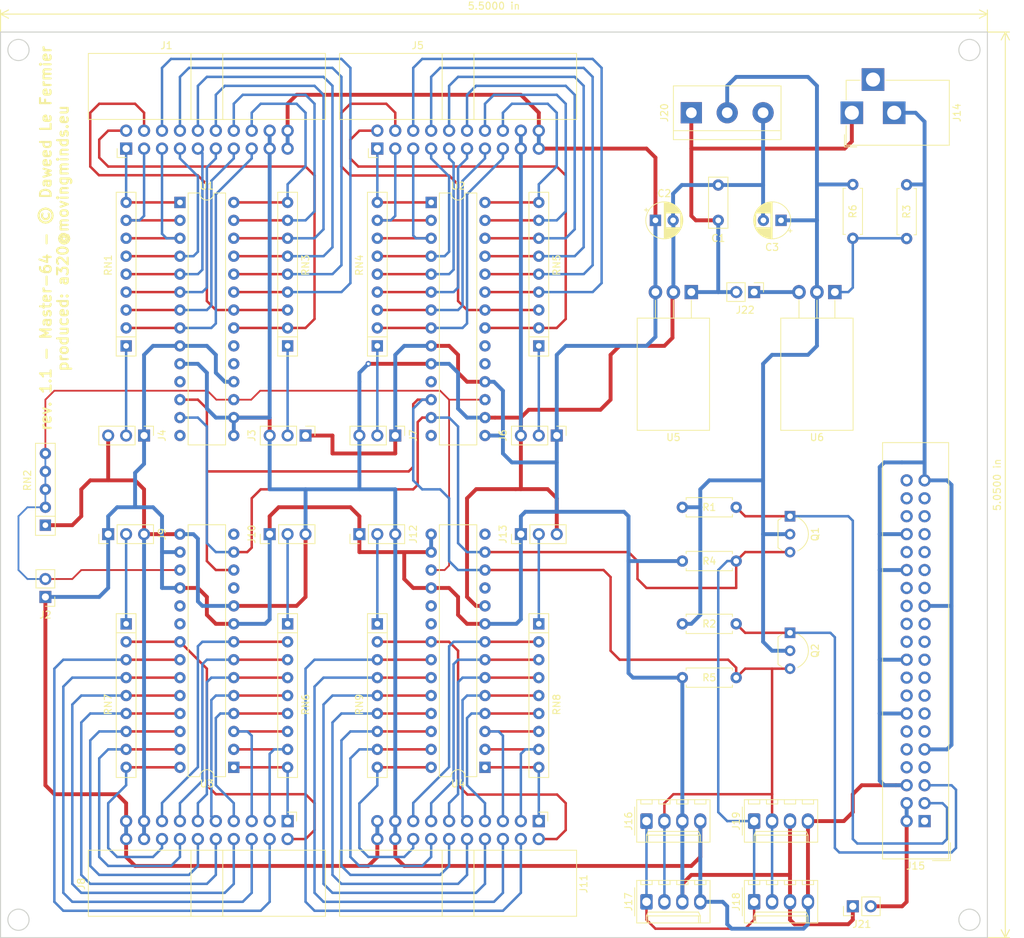
<source format=kicad_pcb>
(kicad_pcb (version 20171130) (host pcbnew "(5.1.10)-1")
  (layers (0 F.Cu signal) (31 B.Cu signal) (34 B.Paste user) (35 F.Paste user) (36 B.SilkS user) (37 F.SilkS user) (38 B.Mask user) (39 F.Mask user) (44 Edge.Cuts user))
  (net 0 "")
  (net 1 GND)
  (net 2 +5V)
  (net 3 +3V3)
  (net 4 /GPIOA07)
  (net 5 /GPIOB07)
  (net 6 /GPIOA06)
  (net 7 /GPIOB06)
  (net 8 /GPIOA05)
  (net 9 /GPIOB05)
  (net 10 /GPIOA04)
  (net 11 /GPIOB04)
  (net 12 /GPIOA03)
  (net 13 /GPIOB03)
  (net 14 /GPIOA02)
  (net 15 /GPIOB02)
  (net 16 /GPIOA01)
  (net 17 /GPIOB01)
  (net 18 /GPIOA00)
  (net 19 /GPIOB00)
  (net 20 /CA0)
  (net 21 /CB0)
  (net 22 /GPIOB10)
  (net 23 /GPIOA10)
  (net 24 /GPIOB11)
  (net 25 /GPIOA11)
  (net 26 /GPIOB12)
  (net 27 /GPIOA12)
  (net 28 /GPIOB13)
  (net 29 /GPIOA13)
  (net 30 /GPIOB14)
  (net 31 /GPIOA14)
  (net 32 /GPIOB15)
  (net 33 /GPIOA15)
  (net 34 /GPIOB16)
  (net 35 /GPIOA16)
  (net 36 /GPIOB17)
  (net 37 /GPIOA17)
  (net 38 /CA1)
  (net 39 /CB1)
  (net 40 /GPIOB20)
  (net 41 /GPIOA20)
  (net 42 /GPIOB21)
  (net 43 /GPIOA21)
  (net 44 /GPIOB22)
  (net 45 /GPIOA22)
  (net 46 /GPIOB23)
  (net 47 /GPIOA23)
  (net 48 /GPIOB24)
  (net 49 /GPIOA24)
  (net 50 /GPIOB25)
  (net 51 /GPIOA25)
  (net 52 /GPIOB26)
  (net 53 /GPIOA26)
  (net 54 /GPIOB27)
  (net 55 /GPIOA27)
  (net 56 /CA2)
  (net 57 /CB2)
  (net 58 /GPIOB30)
  (net 59 /GPIOA30)
  (net 60 /GPIOB31)
  (net 61 /GPIOA31)
  (net 62 /GPIOB32)
  (net 63 /GPIOA32)
  (net 64 /GPIOB33)
  (net 65 /GPIOA33)
  (net 66 /GPIOB34)
  (net 67 /GPIOA34)
  (net 68 /GPIOB35)
  (net 69 /GPIOA35)
  (net 70 /GPIOB36)
  (net 71 /GPIOA36)
  (net 72 /GPIOB37)
  (net 73 /GPIOA37)
  (net 74 /CA3)
  (net 75 /CB3)
  (net 76 /SDA)
  (net 77 /SCL)
  (net 78 /SDA5V)
  (net 79 /SCL5V)
  (net 80 "Net-(R3-Pad1)")
  (net 81 "Net-(U1-Pad14)")
  (net 82 "Net-(U1-Pad11)")
  (net 83 /INTB0)
  (net 84 /INTA0)
  (net 85 "Net-(U2-Pad11)")
  (net 86 "Net-(U2-Pad14)")
  (net 87 "Net-(U3-Pad14)")
  (net 88 "Net-(U3-Pad11)")
  (net 89 /INTB1)
  (net 90 /INTA1)
  (net 91 "Net-(U4-Pad11)")
  (net 92 "Net-(U4-Pad14)")
  (net 93 /INTA2)
  (net 94 /INTB2)
  (net 95 /INTA3)
  (net 96 /INTB3)
  (net 97 /A00)
  (net 98 "Net-(J15-Pad1)")
  (net 99 "Net-(J15-Pad7)")
  (net 100 "Net-(J15-Pad8)")
  (net 101 "Net-(J15-Pad10)")
  (net 102 "Net-(J15-Pad11)")
  (net 103 "Net-(J15-Pad12)")
  (net 104 "Net-(J15-Pad13)")
  (net 105 "Net-(J15-Pad15)")
  (net 106 "Net-(J15-Pad16)")
  (net 107 "Net-(J15-Pad17)")
  (net 108 "Net-(J15-Pad18)")
  (net 109 "Net-(J15-Pad19)")
  (net 110 "Net-(J15-Pad21)")
  (net 111 "Net-(J15-Pad22)")
  (net 112 "Net-(J15-Pad23)")
  (net 113 "Net-(J15-Pad24)")
  (net 114 "Net-(J15-Pad26)")
  (net 115 "Net-(J15-Pad27)")
  (net 116 "Net-(J15-Pad28)")
  (net 117 "Net-(J15-Pad29)")
  (net 118 "Net-(J15-Pad31)")
  (net 119 "Net-(J15-Pad32)")
  (net 120 "Net-(J15-Pad33)")
  (net 121 "Net-(J15-Pad35)")
  (net 122 "Net-(J15-Pad36)")
  (net 123 "Net-(J15-Pad37)")
  (net 124 "Net-(J15-Pad38)")
  (net 125 "Net-(J15-Pad40)")
  (net 126 +12V)
  (net 127 /+5VPI)
  (net 128 /ENBL3.3)
  (module Package_TO_SOT_THT:TO-92L_Inline_Wide (layer F.Cu) (at 222.25 116.84 270)
    (fp_text reference Q2 (at 2.54 -3.56 90) (layer F.SilkS))
    (fp_text value 2N7000)
    (pad 1 thru_hole rect (at 0 0) (size 1.5 1.5) (drill 0.8) (layers *.Cu *.Mask) (net 77 /SCL))
    (pad 3 thru_hole circle (at 5.08 0) (size 1.5 1.5) (drill 0.8) (layers *.Cu *.Mask) (net 79 /SCL5V))
    (pad 2 thru_hole circle (at 2.54 0) (size 1.5 1.5) (drill 0.8) (layers *.Cu *.Mask) (net 3 +3V3))
  )
  (module Package_TO_SOT_THT:TO-92L_Inline_Wide (layer F.Cu) (at 222.25 100.33 270)
    (fp_text reference Q1 (at 2.54 -3.56 90) (layer F.SilkS))
    (fp_text value 2N7000)
    (pad 1 thru_hole rect (at 0 0) (size 1.5 1.5) (drill 0.8) (layers *.Cu *.Mask) (net 76 /SDA))
    (pad 3 thru_hole circle (at 5.08 0) (size 1.5 1.5) (drill 0.8) (layers *.Cu *.Mask) (net 78 /SDA5V))
    (pad 2 thru_hole circle (at 2.54 0) (size 1.5 1.5) (drill 0.8) (layers *.Cu *.Mask) (net 3 +3V3))
  )
  (module Connector_PinHeader_2.54mm:PinHeader_1x02_P2.54mm_Vertical (layer F.Cu) (at 217.17 68.58 270)
    (fp_text reference J22 (at 2.54 1.27 180) (layer F.SilkS))
    (fp_text value "3.3 ENBL")
    (pad 2 thru_hole oval (at 0 2.54 270) (size 1.7 1.7) (drill 1) (layers *.Cu *.Mask) (net 126 +12V))
    (pad 1 thru_hole rect (at 0 0 270) (size 1.7 1.7) (drill 1) (layers *.Cu *.Mask) (net 128 /ENBL3.3))
  )
  (module Connector_PinHeader_2.54mm:PinHeader_1x02_P2.54mm_Vertical (layer F.Cu) (at 231.14 155.575 90)
    (fp_text reference J21 (at -2.54 1.27 180) (layer F.SilkS))
    (fp_text value 5VPI)
    (pad 2 thru_hole oval (at 0 2.54 90) (size 1.7 1.7) (drill 1) (layers *.Cu *.Mask) (net 127 /+5VPI))
    (pad 1 thru_hole rect (at 0 0 90) (size 1.7 1.7) (drill 1) (layers *.Cu *.Mask) (net 2 +5V))
  )
  (module Connector_Molex:Molex_KK-254_AE-6410-04A_1x04_P2.54mm_Vertical (layer F.Cu) (at 217.17 154.94)
    (fp_text reference J18 (at -2.54 0 90) (layer F.SilkS))
    (fp_text value "Exp 03")
    (pad 4 thru_hole oval (at 7.62 0) (size 1.74 2.2) (drill 1.2) (layers *.Cu *.Mask) (net 1 GND))
    (pad 3 thru_hole oval (at 5.08 0) (size 1.74 2.2) (drill 1.2) (layers *.Cu *.Mask) (net 2 +5V))
    (pad 2 thru_hole oval (at 2.54 0) (size 1.74 2.2) (drill 1.2) (layers *.Cu *.Mask) (net 79 /SCL5V))
    (pad 1 thru_hole roundrect (at 0 0) (size 1.74 2.2) (drill 1.2) (layers *.Cu *.Mask) (roundrect_rratio 0.1436775862068966) (net 78 /SDA5V))
  )
  (module Connector_Molex:Molex_KK-254_AE-6410-04A_1x04_P2.54mm_Vertical (layer F.Cu) (at 201.93 154.94)
    (fp_text reference J17 (at -2.54 0 90) (layer F.SilkS))
    (fp_text value "Exp 02")
    (pad 4 thru_hole oval (at 7.62 0) (size 1.74 2.2) (drill 1.2) (layers *.Cu *.Mask) (net 1 GND))
    (pad 3 thru_hole oval (at 5.08 0) (size 1.74 2.2) (drill 1.2) (layers *.Cu *.Mask) (net 2 +5V))
    (pad 2 thru_hole oval (at 2.54 0) (size 1.74 2.2) (drill 1.2) (layers *.Cu *.Mask) (net 79 /SCL5V))
    (pad 1 thru_hole roundrect (at 0 0) (size 1.74 2.2) (drill 1.2) (layers *.Cu *.Mask) (roundrect_rratio 0.1436775862068966) (net 78 /SDA5V))
  )
  (module Connector_Molex:Molex_KK-254_AE-6410-04A_1x04_P2.54mm_Vertical (layer F.Cu) (at 201.93 143.51)
    (fp_text reference J16 (at -2.54 0 90) (layer F.SilkS))
    (fp_text value "Exp 01")
    (pad 4 thru_hole oval (at 7.62 0) (size 1.74 2.2) (drill 1.2) (layers *.Cu *.Mask) (net 1 GND))
    (pad 3 thru_hole oval (at 5.08 0) (size 1.74 2.2) (drill 1.2) (layers *.Cu *.Mask) (net 2 +5V))
    (pad 2 thru_hole oval (at 2.54 0) (size 1.74 2.2) (drill 1.2) (layers *.Cu *.Mask) (net 79 /SCL5V))
    (pad 1 thru_hole roundrect (at 0 0) (size 1.74 2.2) (drill 1.2) (layers *.Cu *.Mask) (roundrect_rratio 0.1436775862068966) (net 78 /SDA5V))
  )
  (module Capacitor_THT:C_Rect_L7.0mm_W2.5mm_P5.00mm (layer F.Cu) (at 212.09 58.42 90)
    (fp_text reference C1 (at -2.54 0) (layer F.SilkS))
    (fp_text value 100nF)
    (pad 1 thru_hole circle (at 0 0 90) (size 1.6 1.6) (drill 0.8) (layers *.Cu *.Mask) (net 126 +12V))
    (pad 2 thru_hole circle (at 5 0 90) (size 1.6 1.6) (drill 0.8) (layers *.Cu *.Mask) (net 1 GND))
  )
  (module Capacitor_THT:CP_Radial_D5.0mm_P2.50mm (layer F.Cu) (at 203.2 58.42)
    (fp_text reference C2 (at 1.25 -3.81) (layer F.SilkS))
    (fp_text value 1uF)
    (pad 2 thru_hole circle (at 2.5 0) (size 1.6 1.6) (drill 0.8) (layers *.Cu *.Mask) (net 1 GND))
    (pad 1 thru_hole rect (at 0 0) (size 1.6 1.6) (drill 0.8) (layers *.Cu *.Mask) (net 2 +5V))
  )
  (module Capacitor_THT:CP_Radial_D5.0mm_P2.50mm (layer F.Cu) (at 220.98 58.42 180)
    (fp_text reference C3 (at 1.27 -3.81 180) (layer F.SilkS))
    (fp_text value 1uF)
    (pad 1 thru_hole rect (at 0 0 180) (size 1.6 1.6) (drill 0.8) (layers *.Cu *.Mask) (net 3 +3V3))
    (pad 2 thru_hole circle (at 2.5 0 180) (size 1.6 1.6) (drill 0.8) (layers *.Cu *.Mask) (net 1 GND))
  )
  (module Connector_BarrelJack:BarrelJack_CUI_PJ-102AH_Horizontal (layer F.Cu) (at 231 43.18 90)
    (fp_text reference J14 (at 0 14.89 270) (layer F.SilkS))
    (fp_text value "9V - 12 DC")
    (pad 1 thru_hole rect (at 0 0 90) (size 3.2 3.2) (drill 2) (layers *.Cu *.Mask) (net 126 +12V))
    (pad 2 thru_hole rect (at 0 6 90) (size 3.2 3.2) (drill 2) (layers *.Cu *.Mask) (net 1 GND))
    (pad 3 thru_hole rect (at 4.7 3 90) (size 3.2 3.2) (drill 2) (layers *.Cu *.Mask))
  )
  (module Connector_IDC:IDC-Header_2x20_P2.54mm_Vertical (layer F.Cu) (at 241.3 143.51 180)
    (fp_text reference J15 (at 1.27 -6.35) (layer F.SilkS))
    (fp_text value Raspberry)
    (pad 1 thru_hole rect (at 0 0 180) (size 1.7272 1.7272) (drill 1.016) (layers *.Cu *.Mask) (net 98 "Net-(J15-Pad1)"))
    (pad 2 thru_hole oval (at 2.54 0 180) (size 1.7272 1.7272) (drill 1.016) (layers *.Cu *.Mask) (net 127 /+5VPI))
    (pad 3 thru_hole oval (at 0 2.54 180) (size 1.7272 1.7272) (drill 1.016) (layers *.Cu *.Mask) (net 76 /SDA))
    (pad 4 thru_hole oval (at 2.54 2.54 180) (size 1.7272 1.7272) (drill 1.016) (layers *.Cu *.Mask) (net 127 /+5VPI))
    (pad 5 thru_hole oval (at 0 5.08 180) (size 1.7272 1.7272) (drill 1.016) (layers *.Cu *.Mask) (net 77 /SCL))
    (pad 6 thru_hole oval (at 2.54 5.08 180) (size 1.7272 1.7272) (drill 1.016) (layers *.Cu *.Mask) (net 1 GND))
    (pad 7 thru_hole oval (at 0 7.62 180) (size 1.7272 1.7272) (drill 1.016) (layers *.Cu *.Mask) (net 99 "Net-(J15-Pad7)"))
    (pad 8 thru_hole oval (at 2.54 7.62 180) (size 1.7272 1.7272) (drill 1.016) (layers *.Cu *.Mask) (net 100 "Net-(J15-Pad8)"))
    (pad 9 thru_hole oval (at 0 10.16 180) (size 1.7272 1.7272) (drill 1.016) (layers *.Cu *.Mask) (net 1 GND))
    (pad 10 thru_hole oval (at 2.54 10.16 180) (size 1.7272 1.7272) (drill 1.016) (layers *.Cu *.Mask) (net 101 "Net-(J15-Pad10)"))
    (pad 11 thru_hole oval (at 0 12.7 180) (size 1.7272 1.7272) (drill 1.016) (layers *.Cu *.Mask) (net 102 "Net-(J15-Pad11)"))
    (pad 12 thru_hole oval (at 2.54 12.7 180) (size 1.7272 1.7272) (drill 1.016) (layers *.Cu *.Mask) (net 103 "Net-(J15-Pad12)"))
    (pad 13 thru_hole oval (at 0 15.24 180) (size 1.7272 1.7272) (drill 1.016) (layers *.Cu *.Mask) (net 104 "Net-(J15-Pad13)"))
    (pad 14 thru_hole oval (at 2.54 15.24 180) (size 1.7272 1.7272) (drill 1.016) (layers *.Cu *.Mask) (net 1 GND))
    (pad 15 thru_hole oval (at 0 17.78 180) (size 1.7272 1.7272) (drill 1.016) (layers *.Cu *.Mask) (net 105 "Net-(J15-Pad15)"))
    (pad 16 thru_hole oval (at 2.54 17.78 180) (size 1.7272 1.7272) (drill 1.016) (layers *.Cu *.Mask) (net 106 "Net-(J15-Pad16)"))
    (pad 17 thru_hole oval (at 0 20.32 180) (size 1.7272 1.7272) (drill 1.016) (layers *.Cu *.Mask) (net 107 "Net-(J15-Pad17)"))
    (pad 18 thru_hole oval (at 2.54 20.32 180) (size 1.7272 1.7272) (drill 1.016) (layers *.Cu *.Mask) (net 108 "Net-(J15-Pad18)"))
    (pad 19 thru_hole oval (at 0 22.86 180) (size 1.7272 1.7272) (drill 1.016) (layers *.Cu *.Mask) (net 109 "Net-(J15-Pad19)"))
    (pad 20 thru_hole oval (at 2.54 22.86 180) (size 1.7272 1.7272) (drill 1.016) (layers *.Cu *.Mask) (net 1 GND))
    (pad 21 thru_hole oval (at 0 25.4 180) (size 1.7272 1.7272) (drill 1.016) (layers *.Cu *.Mask) (net 110 "Net-(J15-Pad21)"))
    (pad 22 thru_hole oval (at 2.54 25.4 180) (size 1.7272 1.7272) (drill 1.016) (layers *.Cu *.Mask) (net 111 "Net-(J15-Pad22)"))
    (pad 23 thru_hole oval (at 0 27.94 180) (size 1.7272 1.7272) (drill 1.016) (layers *.Cu *.Mask) (net 112 "Net-(J15-Pad23)"))
    (pad 24 thru_hole oval (at 2.54 27.94 180) (size 1.7272 1.7272) (drill 1.016) (layers *.Cu *.Mask) (net 113 "Net-(J15-Pad24)"))
    (pad 25 thru_hole oval (at 0 30.48 180) (size 1.7272 1.7272) (drill 1.016) (layers *.Cu *.Mask) (net 1 GND))
    (pad 26 thru_hole oval (at 2.54 30.48 180) (size 1.7272 1.7272) (drill 1.016) (layers *.Cu *.Mask) (net 114 "Net-(J15-Pad26)"))
    (pad 27 thru_hole oval (at 0 33.02 180) (size 1.7272 1.7272) (drill 1.016) (layers *.Cu *.Mask) (net 115 "Net-(J15-Pad27)"))
    (pad 28 thru_hole oval (at 2.54 33.02 180) (size 1.7272 1.7272) (drill 1.016) (layers *.Cu *.Mask) (net 116 "Net-(J15-Pad28)"))
    (pad 29 thru_hole oval (at 0 35.56 180) (size 1.7272 1.7272) (drill 1.016) (layers *.Cu *.Mask) (net 117 "Net-(J15-Pad29)"))
    (pad 30 thru_hole oval (at 2.54 35.56 180) (size 1.7272 1.7272) (drill 1.016) (layers *.Cu *.Mask) (net 1 GND))
    (pad 31 thru_hole oval (at 0 38.1 180) (size 1.7272 1.7272) (drill 1.016) (layers *.Cu *.Mask) (net 118 "Net-(J15-Pad31)"))
    (pad 32 thru_hole oval (at 2.54 38.1 180) (size 1.7272 1.7272) (drill 1.016) (layers *.Cu *.Mask) (net 119 "Net-(J15-Pad32)"))
    (pad 33 thru_hole oval (at 0 40.64 180) (size 1.7272 1.7272) (drill 1.016) (layers *.Cu *.Mask) (net 120 "Net-(J15-Pad33)"))
    (pad 34 thru_hole oval (at 2.54 40.64 180) (size 1.7272 1.7272) (drill 1.016) (layers *.Cu *.Mask) (net 1 GND))
    (pad 35 thru_hole oval (at 0 43.18 180) (size 1.7272 1.7272) (drill 1.016) (layers *.Cu *.Mask) (net 121 "Net-(J15-Pad35)"))
    (pad 36 thru_hole oval (at 2.54 43.18 180) (size 1.7272 1.7272) (drill 1.016) (layers *.Cu *.Mask) (net 122 "Net-(J15-Pad36)"))
    (pad 37 thru_hole oval (at 0 45.72 180) (size 1.7272 1.7272) (drill 1.016) (layers *.Cu *.Mask) (net 123 "Net-(J15-Pad37)"))
    (pad 38 thru_hole oval (at 2.54 45.72 180) (size 1.7272 1.7272) (drill 1.016) (layers *.Cu *.Mask) (net 124 "Net-(J15-Pad38)"))
    (pad 39 thru_hole oval (at 0 48.26 180) (size 1.7272 1.7272) (drill 1.016) (layers *.Cu *.Mask) (net 1 GND))
    (pad 40 thru_hole oval (at 2.54 48.26 180) (size 1.7272 1.7272) (drill 1.016) (layers *.Cu *.Mask) (net 125 "Net-(J15-Pad40)"))
  )
  (module Resistor_THT:R_Axial_DIN0207_L6.3mm_D2.5mm_P7.62mm_Horizontal (layer F.Cu) (at 207.01 99.06)
    (fp_text reference R1 (at 3.81 0) (layer F.SilkS))
    (fp_text value 10K)
    (pad 1 thru_hole circle (at 0 0) (size 1.6 1.6) (drill 0.8) (layers *.Cu *.Mask) (net 3 +3V3))
    (pad 2 thru_hole oval (at 7.62 0) (size 1.6 1.6) (drill 0.8) (layers *.Cu *.Mask) (net 76 /SDA))
  )
  (module Resistor_THT:R_Axial_DIN0207_L6.3mm_D2.5mm_P7.62mm_Horizontal (layer F.Cu) (at 207.01 115.57)
    (fp_text reference R2 (at 3.81 0) (layer F.SilkS))
    (fp_text value 10K)
    (pad 2 thru_hole oval (at 7.62 0) (size 1.6 1.6) (drill 0.8) (layers *.Cu *.Mask) (net 77 /SCL))
    (pad 1 thru_hole circle (at 0 0) (size 1.6 1.6) (drill 0.8) (layers *.Cu *.Mask) (net 3 +3V3))
  )
  (module Resistor_THT:R_Axial_DIN0207_L6.3mm_D2.5mm_P7.62mm_Horizontal (layer F.Cu) (at 238.76 61 90)
    (fp_text reference R3 (at 3.81 0 90) (layer F.SilkS))
    (fp_text value 540)
    (pad 1 thru_hole circle (at 0 0 90) (size 1.6 1.6) (drill 0.8) (layers *.Cu *.Mask) (net 80 "Net-(R3-Pad1)"))
    (pad 2 thru_hole oval (at 7.62 0 90) (size 1.6 1.6) (drill 0.8) (layers *.Cu *.Mask) (net 1 GND))
  )
  (module Resistor_THT:R_Axial_DIN0207_L6.3mm_D2.5mm_P7.62mm_Horizontal (layer F.Cu) (at 207.01 106.68)
    (fp_text reference R4 (at 3.81 0) (layer F.SilkS))
    (fp_text value 10K)
    (pad 2 thru_hole oval (at 7.62 0) (size 1.6 1.6) (drill 0.8) (layers *.Cu *.Mask) (net 78 /SDA5V))
    (pad 1 thru_hole circle (at 0 0) (size 1.6 1.6) (drill 0.8) (layers *.Cu *.Mask) (net 2 +5V))
  )
  (module Resistor_THT:R_Axial_DIN0207_L6.3mm_D2.5mm_P7.62mm_Horizontal (layer F.Cu) (at 207.01 123.19)
    (fp_text reference R5 (at 3.81 0) (layer F.SilkS))
    (fp_text value 10K)
    (pad 1 thru_hole circle (at 0 0) (size 1.6 1.6) (drill 0.8) (layers *.Cu *.Mask) (net 2 +5V))
    (pad 2 thru_hole oval (at 7.62 0) (size 1.6 1.6) (drill 0.8) (layers *.Cu *.Mask) (net 79 /SCL5V))
  )
  (module Resistor_THT:R_Axial_DIN0207_L6.3mm_D2.5mm_P7.62mm_Horizontal (layer F.Cu) (at 231.14 53.34 270)
    (fp_text reference R6 (at 3.81 0 270) (layer F.SilkS))
    (fp_text value 330)
    (pad 2 thru_hole oval (at 7.62 0 270) (size 1.6 1.6) (drill 0.8) (layers *.Cu *.Mask) (net 80 "Net-(R3-Pad1)"))
    (pad 1 thru_hole circle (at 0 0 270) (size 1.6 1.6) (drill 0.8) (layers *.Cu *.Mask) (net 3 +3V3))
  )
  (module Resistor_THT:R_Array_SIP9 (layer F.Cu) (at 151.13 76.2 90)
    (fp_text reference RN3 (at 11.43 2.54 90) (layer F.SilkS))
    (fp_text value "10K Network Res")
    (pad 1 thru_hole rect (at 0 0 90) (size 1.6 1.6) (drill 0.8) (layers *.Cu *.Mask) (net 20 /CA0))
    (pad 2 thru_hole oval (at 2.54 0 90) (size 1.6 1.6) (drill 0.8) (layers *.Cu *.Mask) (net 18 /GPIOA00))
    (pad 3 thru_hole oval (at 5.08 0 90) (size 1.6 1.6) (drill 0.8) (layers *.Cu *.Mask) (net 16 /GPIOA01))
    (pad 4 thru_hole oval (at 7.62 0 90) (size 1.6 1.6) (drill 0.8) (layers *.Cu *.Mask) (net 14 /GPIOA02))
    (pad 5 thru_hole oval (at 10.16 0 90) (size 1.6 1.6) (drill 0.8) (layers *.Cu *.Mask) (net 12 /GPIOA03))
    (pad 6 thru_hole oval (at 12.7 0 90) (size 1.6 1.6) (drill 0.8) (layers *.Cu *.Mask) (net 10 /GPIOA04))
    (pad 7 thru_hole oval (at 15.24 0 90) (size 1.6 1.6) (drill 0.8) (layers *.Cu *.Mask) (net 8 /GPIOA05))
    (pad 8 thru_hole oval (at 17.78 0 90) (size 1.6 1.6) (drill 0.8) (layers *.Cu *.Mask) (net 6 /GPIOA06))
    (pad 9 thru_hole oval (at 20.32 0 90) (size 1.6 1.6) (drill 0.8) (layers *.Cu *.Mask) (net 4 /GPIOA07))
  )
  (module Resistor_THT:R_Array_SIP9 (layer F.Cu) (at 128.27 76.2 90)
    (fp_text reference RN1 (at 11.43 -2.54 90) (layer F.SilkS))
    (fp_text value "10K Network Res")
    (pad 9 thru_hole oval (at 20.32 0 90) (size 1.6 1.6) (drill 0.8) (layers *.Cu *.Mask) (net 19 /GPIOB00))
    (pad 8 thru_hole oval (at 17.78 0 90) (size 1.6 1.6) (drill 0.8) (layers *.Cu *.Mask) (net 17 /GPIOB01))
    (pad 7 thru_hole oval (at 15.24 0 90) (size 1.6 1.6) (drill 0.8) (layers *.Cu *.Mask) (net 15 /GPIOB02))
    (pad 6 thru_hole oval (at 12.7 0 90) (size 1.6 1.6) (drill 0.8) (layers *.Cu *.Mask) (net 13 /GPIOB03))
    (pad 5 thru_hole oval (at 10.16 0 90) (size 1.6 1.6) (drill 0.8) (layers *.Cu *.Mask) (net 11 /GPIOB04))
    (pad 4 thru_hole oval (at 7.62 0 90) (size 1.6 1.6) (drill 0.8) (layers *.Cu *.Mask) (net 9 /GPIOB05))
    (pad 3 thru_hole oval (at 5.08 0 90) (size 1.6 1.6) (drill 0.8) (layers *.Cu *.Mask) (net 7 /GPIOB06))
    (pad 2 thru_hole oval (at 2.54 0 90) (size 1.6 1.6) (drill 0.8) (layers *.Cu *.Mask) (net 5 /GPIOB07))
    (pad 1 thru_hole rect (at 0 0 90) (size 1.6 1.6) (drill 0.8) (layers *.Cu *.Mask) (net 21 /CB0))
  )
  (module Resistor_THT:R_Array_SIP9 (layer F.Cu) (at 186.69 76.2 90)
    (fp_text reference RN5 (at 11.43 2.54 90) (layer F.SilkS))
    (fp_text value "10K Network Res")
    (pad 1 thru_hole rect (at 0 0 90) (size 1.6 1.6) (drill 0.8) (layers *.Cu *.Mask) (net 38 /CA1))
    (pad 2 thru_hole oval (at 2.54 0 90) (size 1.6 1.6) (drill 0.8) (layers *.Cu *.Mask) (net 23 /GPIOA10))
    (pad 3 thru_hole oval (at 5.08 0 90) (size 1.6 1.6) (drill 0.8) (layers *.Cu *.Mask) (net 25 /GPIOA11))
    (pad 4 thru_hole oval (at 7.62 0 90) (size 1.6 1.6) (drill 0.8) (layers *.Cu *.Mask) (net 27 /GPIOA12))
    (pad 5 thru_hole oval (at 10.16 0 90) (size 1.6 1.6) (drill 0.8) (layers *.Cu *.Mask) (net 29 /GPIOA13))
    (pad 6 thru_hole oval (at 12.7 0 90) (size 1.6 1.6) (drill 0.8) (layers *.Cu *.Mask) (net 31 /GPIOA14))
    (pad 7 thru_hole oval (at 15.24 0 90) (size 1.6 1.6) (drill 0.8) (layers *.Cu *.Mask) (net 33 /GPIOA15))
    (pad 8 thru_hole oval (at 17.78 0 90) (size 1.6 1.6) (drill 0.8) (layers *.Cu *.Mask) (net 35 /GPIOA16))
    (pad 9 thru_hole oval (at 20.32 0 90) (size 1.6 1.6) (drill 0.8) (layers *.Cu *.Mask) (net 37 /GPIOA17))
  )
  (module Resistor_THT:R_Array_SIP9 (layer F.Cu) (at 163.83 76.2 90)
    (fp_text reference RN4 (at 11.43 -2.54 90) (layer F.SilkS))
    (fp_text value "10K Network Res")
    (pad 9 thru_hole oval (at 20.32 0 90) (size 1.6 1.6) (drill 0.8) (layers *.Cu *.Mask) (net 22 /GPIOB10))
    (pad 8 thru_hole oval (at 17.78 0 90) (size 1.6 1.6) (drill 0.8) (layers *.Cu *.Mask) (net 24 /GPIOB11))
    (pad 7 thru_hole oval (at 15.24 0 90) (size 1.6 1.6) (drill 0.8) (layers *.Cu *.Mask) (net 26 /GPIOB12))
    (pad 6 thru_hole oval (at 12.7 0 90) (size 1.6 1.6) (drill 0.8) (layers *.Cu *.Mask) (net 28 /GPIOB13))
    (pad 5 thru_hole oval (at 10.16 0 90) (size 1.6 1.6) (drill 0.8) (layers *.Cu *.Mask) (net 30 /GPIOB14))
    (pad 4 thru_hole oval (at 7.62 0 90) (size 1.6 1.6) (drill 0.8) (layers *.Cu *.Mask) (net 32 /GPIOB15))
    (pad 3 thru_hole oval (at 5.08 0 90) (size 1.6 1.6) (drill 0.8) (layers *.Cu *.Mask) (net 34 /GPIOB16))
    (pad 2 thru_hole oval (at 2.54 0 90) (size 1.6 1.6) (drill 0.8) (layers *.Cu *.Mask) (net 36 /GPIOB17))
    (pad 1 thru_hole rect (at 0 0 90) (size 1.6 1.6) (drill 0.8) (layers *.Cu *.Mask) (net 39 /CB1))
  )
  (module Package_DIP:DIP-28_W7.62mm (layer F.Cu) (at 135.89 55.88)
    (fp_text reference U1 (at 3.81 -2.33 180) (layer F.SilkS))
    (fp_text value MCP23017_SP)
    (pad 28 thru_hole oval (at 7.62 0) (size 1.6 1.6) (drill 0.8) (layers *.Cu *.Mask) (net 4 /GPIOA07))
    (pad 14 thru_hole oval (at 0 33.02) (size 1.6 1.6) (drill 0.8) (layers *.Cu *.Mask) (net 81 "Net-(U1-Pad14)"))
    (pad 27 thru_hole oval (at 7.62 2.54) (size 1.6 1.6) (drill 0.8) (layers *.Cu *.Mask) (net 6 /GPIOA06))
    (pad 13 thru_hole oval (at 0 30.48) (size 1.6 1.6) (drill 0.8) (layers *.Cu *.Mask) (net 78 /SDA5V))
    (pad 26 thru_hole oval (at 7.62 5.08) (size 1.6 1.6) (drill 0.8) (layers *.Cu *.Mask) (net 8 /GPIOA05))
    (pad 12 thru_hole oval (at 0 27.94) (size 1.6 1.6) (drill 0.8) (layers *.Cu *.Mask) (net 79 /SCL5V))
    (pad 25 thru_hole oval (at 7.62 7.62) (size 1.6 1.6) (drill 0.8) (layers *.Cu *.Mask) (net 10 /GPIOA04))
    (pad 11 thru_hole oval (at 0 25.4) (size 1.6 1.6) (drill 0.8) (layers *.Cu *.Mask) (net 82 "Net-(U1-Pad11)"))
    (pad 24 thru_hole oval (at 7.62 10.16) (size 1.6 1.6) (drill 0.8) (layers *.Cu *.Mask) (net 12 /GPIOA03))
    (pad 10 thru_hole oval (at 0 22.86) (size 1.6 1.6) (drill 0.8) (layers *.Cu *.Mask) (net 1 GND))
    (pad 23 thru_hole oval (at 7.62 12.7) (size 1.6 1.6) (drill 0.8) (layers *.Cu *.Mask) (net 14 /GPIOA02))
    (pad 9 thru_hole oval (at 0 20.32) (size 1.6 1.6) (drill 0.8) (layers *.Cu *.Mask) (net 2 +5V))
    (pad 22 thru_hole oval (at 7.62 15.24) (size 1.6 1.6) (drill 0.8) (layers *.Cu *.Mask) (net 16 /GPIOA01))
    (pad 8 thru_hole oval (at 0 17.78) (size 1.6 1.6) (drill 0.8) (layers *.Cu *.Mask) (net 5 /GPIOB07))
    (pad 21 thru_hole oval (at 7.62 17.78) (size 1.6 1.6) (drill 0.8) (layers *.Cu *.Mask) (net 18 /GPIOA00))
    (pad 7 thru_hole oval (at 0 15.24) (size 1.6 1.6) (drill 0.8) (layers *.Cu *.Mask) (net 7 /GPIOB06))
    (pad 20 thru_hole oval (at 7.62 20.32) (size 1.6 1.6) (drill 0.8) (layers *.Cu *.Mask) (net 83 /INTB0))
    (pad 6 thru_hole oval (at 0 12.7) (size 1.6 1.6) (drill 0.8) (layers *.Cu *.Mask) (net 9 /GPIOB05))
    (pad 19 thru_hole oval (at 7.62 22.86) (size 1.6 1.6) (drill 0.8) (layers *.Cu *.Mask) (net 84 /INTA0))
    (pad 5 thru_hole oval (at 0 10.16) (size 1.6 1.6) (drill 0.8) (layers *.Cu *.Mask) (net 11 /GPIOB04))
    (pad 18 thru_hole oval (at 7.62 25.4) (size 1.6 1.6) (drill 0.8) (layers *.Cu *.Mask) (net 2 +5V))
    (pad 4 thru_hole oval (at 0 7.62) (size 1.6 1.6) (drill 0.8) (layers *.Cu *.Mask) (net 13 /GPIOB03))
    (pad 17 thru_hole oval (at 7.62 27.94) (size 1.6 1.6) (drill 0.8) (layers *.Cu *.Mask) (net 97 /A00))
    (pad 3 thru_hole oval (at 0 5.08) (size 1.6 1.6) (drill 0.8) (layers *.Cu *.Mask) (net 15 /GPIOB02))
    (pad 16 thru_hole oval (at 7.62 30.48) (size 1.6 1.6) (drill 0.8) (layers *.Cu *.Mask) (net 1 GND))
    (pad 2 thru_hole oval (at 0 2.54) (size 1.6 1.6) (drill 0.8) (layers *.Cu *.Mask) (net 17 /GPIOB01))
    (pad 15 thru_hole oval (at 7.62 33.02) (size 1.6 1.6) (drill 0.8) (layers *.Cu *.Mask) (net 1 GND))
    (pad 1 thru_hole rect (at 0 0) (size 1.6 1.6) (drill 0.8) (layers *.Cu *.Mask) (net 19 /GPIOB00))
  )
  (module Package_DIP:DIP-28_W7.62mm (layer F.Cu) (at 171.45 55.88)
    (fp_text reference U2 (at 3.81 -2.33 180) (layer F.SilkS))
    (fp_text value MCP23017_SP)
    (pad 28 thru_hole oval (at 7.62 0) (size 1.6 1.6) (drill 0.8) (layers *.Cu *.Mask) (net 37 /GPIOA17))
    (pad 14 thru_hole oval (at 0 33.02) (size 1.6 1.6) (drill 0.8) (layers *.Cu *.Mask) (net 86 "Net-(U2-Pad14)"))
    (pad 27 thru_hole oval (at 7.62 2.54) (size 1.6 1.6) (drill 0.8) (layers *.Cu *.Mask) (net 35 /GPIOA16))
    (pad 13 thru_hole oval (at 0 30.48) (size 1.6 1.6) (drill 0.8) (layers *.Cu *.Mask) (net 78 /SDA5V))
    (pad 26 thru_hole oval (at 7.62 5.08) (size 1.6 1.6) (drill 0.8) (layers *.Cu *.Mask) (net 33 /GPIOA15))
    (pad 12 thru_hole oval (at 0 27.94) (size 1.6 1.6) (drill 0.8) (layers *.Cu *.Mask) (net 79 /SCL5V))
    (pad 25 thru_hole oval (at 7.62 7.62) (size 1.6 1.6) (drill 0.8) (layers *.Cu *.Mask) (net 31 /GPIOA14))
    (pad 11 thru_hole oval (at 0 25.4) (size 1.6 1.6) (drill 0.8) (layers *.Cu *.Mask) (net 85 "Net-(U2-Pad11)"))
    (pad 24 thru_hole oval (at 7.62 10.16) (size 1.6 1.6) (drill 0.8) (layers *.Cu *.Mask) (net 29 /GPIOA13))
    (pad 10 thru_hole oval (at 0 22.86) (size 1.6 1.6) (drill 0.8) (layers *.Cu *.Mask) (net 1 GND))
    (pad 23 thru_hole oval (at 7.62 12.7) (size 1.6 1.6) (drill 0.8) (layers *.Cu *.Mask) (net 27 /GPIOA12))
    (pad 9 thru_hole oval (at 0 20.32) (size 1.6 1.6) (drill 0.8) (layers *.Cu *.Mask) (net 2 +5V))
    (pad 22 thru_hole oval (at 7.62 15.24) (size 1.6 1.6) (drill 0.8) (layers *.Cu *.Mask) (net 25 /GPIOA11))
    (pad 8 thru_hole oval (at 0 17.78) (size 1.6 1.6) (drill 0.8) (layers *.Cu *.Mask) (net 36 /GPIOB17))
    (pad 21 thru_hole oval (at 7.62 17.78) (size 1.6 1.6) (drill 0.8) (layers *.Cu *.Mask) (net 23 /GPIOA10))
    (pad 7 thru_hole oval (at 0 15.24) (size 1.6 1.6) (drill 0.8) (layers *.Cu *.Mask) (net 34 /GPIOB16))
    (pad 20 thru_hole oval (at 7.62 20.32) (size 1.6 1.6) (drill 0.8) (layers *.Cu *.Mask) (net 89 /INTB1))
    (pad 6 thru_hole oval (at 0 12.7) (size 1.6 1.6) (drill 0.8) (layers *.Cu *.Mask) (net 32 /GPIOB15))
    (pad 19 thru_hole oval (at 7.62 22.86) (size 1.6 1.6) (drill 0.8) (layers *.Cu *.Mask) (net 90 /INTA1))
    (pad 5 thru_hole oval (at 0 10.16) (size 1.6 1.6) (drill 0.8) (layers *.Cu *.Mask) (net 30 /GPIOB14))
    (pad 18 thru_hole oval (at 7.62 25.4) (size 1.6 1.6) (drill 0.8) (layers *.Cu *.Mask) (net 2 +5V))
    (pad 4 thru_hole oval (at 0 7.62) (size 1.6 1.6) (drill 0.8) (layers *.Cu *.Mask) (net 28 /GPIOB13))
    (pad 17 thru_hole oval (at 7.62 27.94) (size 1.6 1.6) (drill 0.8) (layers *.Cu *.Mask) (net 97 /A00))
    (pad 3 thru_hole oval (at 0 5.08) (size 1.6 1.6) (drill 0.8) (layers *.Cu *.Mask) (net 26 /GPIOB12))
    (pad 16 thru_hole oval (at 7.62 30.48) (size 1.6 1.6) (drill 0.8) (layers *.Cu *.Mask) (net 1 GND))
    (pad 2 thru_hole oval (at 0 2.54) (size 1.6 1.6) (drill 0.8) (layers *.Cu *.Mask) (net 24 /GPIOB11))
    (pad 15 thru_hole oval (at 7.62 33.02) (size 1.6 1.6) (drill 0.8) (layers *.Cu *.Mask) (net 2 +5V))
    (pad 1 thru_hole rect (at 0 0) (size 1.6 1.6) (drill 0.8) (layers *.Cu *.Mask) (net 22 /GPIOB10))
  )
  (module Package_TO_SOT_THT:TO-220-3_Horizontal_TabDown (layer F.Cu) (at 208.28 68.58 180)
    (fp_text reference U5 (at 2.54 -20.58 180) (layer F.SilkS))
    (fp_text value LM7805)
    (pad 3 thru_hole oval (at 5.08 0 180) (size 1.905 2) (drill 1.1) (layers *.Cu *.Mask) (net 2 +5V))
    (pad 2 thru_hole oval (at 2.54 0 180) (size 1.905 2) (drill 1.1) (layers *.Cu *.Mask) (net 1 GND))
    (pad 1 thru_hole rect (at 0 0 180) (size 1.905 2) (drill 1.1) (layers *.Cu *.Mask) (net 126 +12V))
    (pad "" np_thru_hole oval (at 2.54 -16.66 180) (size 3.5 3.5) (drill 3.5) (layers *.Cu *.Mask))
  )
  (module Package_TO_SOT_THT:TO-220-3_Horizontal_TabDown (layer F.Cu) (at 228.6 68.58 180)
    (fp_text reference U6 (at 2.54 -20.58 180) (layer F.SilkS))
    (fp_text value LM317)
    (pad "" np_thru_hole oval (at 2.54 -16.66 180) (size 3.5 3.5) (drill 3.5) (layers *.Cu *.Mask))
    (pad 1 thru_hole rect (at 0 0 180) (size 1.905 2) (drill 1.1) (layers *.Cu *.Mask) (net 80 "Net-(R3-Pad1)"))
    (pad 2 thru_hole oval (at 2.54 0 180) (size 1.905 2) (drill 1.1) (layers *.Cu *.Mask) (net 3 +3V3))
    (pad 3 thru_hole oval (at 5.08 0 180) (size 1.905 2) (drill 1.1) (layers *.Cu *.Mask) (net 128 /ENBL3.3))
  )
  (module Connector_Molex:Molex_KK-254_AE-6410-04A_1x04_P2.54mm_Vertical (layer F.Cu) (at 217.17 143.51)
    (fp_text reference J19 (at -2.54 0 90) (layer F.SilkS))
    (fp_text value "Exp 04")
    (pad 1 thru_hole roundrect (at 0 0) (size 1.74 2.2) (drill 1.2) (layers *.Cu *.Mask) (roundrect_rratio 0.1436775862068966) (net 78 /SDA5V))
    (pad 2 thru_hole oval (at 2.54 0) (size 1.74 2.2) (drill 1.2) (layers *.Cu *.Mask) (net 79 /SCL5V))
    (pad 3 thru_hole oval (at 5.08 0) (size 1.74 2.2) (drill 1.2) (layers *.Cu *.Mask) (net 2 +5V))
    (pad 4 thru_hole oval (at 7.62 0) (size 1.74 2.2) (drill 1.2) (layers *.Cu *.Mask) (net 1 GND))
  )
  (module Connector_IDC:IDC-Header_2x10_P2.54mm_Horizontal (layer F.Cu) (at 128.27 48.26 90)
    (fp_text reference J1 (at 14.605 5.715) (layer F.SilkS))
    (fp_text value OUT1-16)
    (pad 20 thru_hole oval (at 2.54 22.86 90) (size 1.7272 1.7272) (drill 1.016) (layers *.Cu *.Mask) (net 2 +5V))
    (pad 19 thru_hole oval (at 0 22.86 90) (size 1.7272 1.7272) (drill 1.016) (layers *.Cu *.Mask) (net 2 +5V))
    (pad 18 thru_hole oval (at 2.54 20.32 90) (size 1.7272 1.7272) (drill 1.016) (layers *.Cu *.Mask) (net 1 GND))
    (pad 17 thru_hole oval (at 0 20.32 90) (size 1.7272 1.7272) (drill 1.016) (layers *.Cu *.Mask) (net 1 GND))
    (pad 16 thru_hole oval (at 2.54 17.78 90) (size 1.7272 1.7272) (drill 1.016) (layers *.Cu *.Mask) (net 4 /GPIOA07))
    (pad 15 thru_hole oval (at 0 17.78 90) (size 1.7272 1.7272) (drill 1.016) (layers *.Cu *.Mask) (net 5 /GPIOB07))
    (pad 14 thru_hole oval (at 2.54 15.24 90) (size 1.7272 1.7272) (drill 1.016) (layers *.Cu *.Mask) (net 6 /GPIOA06))
    (pad 13 thru_hole oval (at 0 15.24 90) (size 1.7272 1.7272) (drill 1.016) (layers *.Cu *.Mask) (net 7 /GPIOB06))
    (pad 12 thru_hole oval (at 2.54 12.7 90) (size 1.7272 1.7272) (drill 1.016) (layers *.Cu *.Mask) (net 8 /GPIOA05))
    (pad 11 thru_hole oval (at 0 12.7 90) (size 1.7272 1.7272) (drill 1.016) (layers *.Cu *.Mask) (net 9 /GPIOB05))
    (pad 10 thru_hole oval (at 2.54 10.16 90) (size 1.7272 1.7272) (drill 1.016) (layers *.Cu *.Mask) (net 10 /GPIOA04))
    (pad 9 thru_hole oval (at 0 10.16 90) (size 1.7272 1.7272) (drill 1.016) (layers *.Cu *.Mask) (net 11 /GPIOB04))
    (pad 8 thru_hole oval (at 2.54 7.62 90) (size 1.7272 1.7272) (drill 1.016) (layers *.Cu *.Mask) (net 12 /GPIOA03))
    (pad 7 thru_hole oval (at 0 7.62 90) (size 1.7272 1.7272) (drill 1.016) (layers *.Cu *.Mask) (net 13 /GPIOB03))
    (pad 6 thru_hole oval (at 2.54 5.08 90) (size 1.7272 1.7272) (drill 1.016) (layers *.Cu *.Mask) (net 14 /GPIOA02))
    (pad 5 thru_hole oval (at 0 5.08 90) (size 1.7272 1.7272) (drill 1.016) (layers *.Cu *.Mask) (net 15 /GPIOB02))
    (pad 4 thru_hole oval (at 2.54 2.54 90) (size 1.7272 1.7272) (drill 1.016) (layers *.Cu *.Mask) (net 16 /GPIOA01))
    (pad 3 thru_hole oval (at 0 2.54 90) (size 1.7272 1.7272) (drill 1.016) (layers *.Cu *.Mask) (net 17 /GPIOB01))
    (pad 2 thru_hole oval (at 2.54 0 90) (size 1.7272 1.7272) (drill 1.016) (layers *.Cu *.Mask) (net 18 /GPIOA00))
    (pad 1 thru_hole rect (at 0 0 90) (size 1.7272 1.7272) (drill 1.016) (layers *.Cu *.Mask) (net 19 /GPIOB00))
  )
  (module Connector_PinHeader_2.54mm:PinHeader_1x02_P2.54mm_Vertical (layer F.Cu) (at 116.84 111.76 180)
    (fp_text reference J2 (at 0 -2.54) (layer F.SilkS))
    (fp_text value "BOARD SEL ADDR")
    (pad 1 thru_hole rect (at 0 0 180) (size 1.7 1.7) (drill 1) (layers *.Cu *.Mask) (net 2 +5V))
    (pad 2 thru_hole oval (at 0 2.54 180) (size 1.7 1.7) (drill 1) (layers *.Cu *.Mask) (net 97 /A00))
  )
  (module Connector_PinHeader_2.54mm:PinHeader_1x03_P2.54mm_Vertical (layer F.Cu) (at 153.67 88.9 270)
    (fp_text reference J3 (at 0 7.62 90) (layer F.SilkS))
    (fp_text value ComGPIOA0)
    (pad 3 thru_hole oval (at 0 5.08 270) (size 1.7 1.7) (drill 1) (layers *.Cu *.Mask) (net 1 GND))
    (pad 2 thru_hole oval (at 0 2.54 270) (size 1.7 1.7) (drill 1) (layers *.Cu *.Mask) (net 20 /CA0))
    (pad 1 thru_hole rect (at 0 0 270) (size 1.7 1.7) (drill 1) (layers *.Cu *.Mask) (net 2 +5V))
  )
  (module Connector_PinHeader_2.54mm:PinHeader_1x03_P2.54mm_Vertical (layer F.Cu) (at 130.81 88.9 270)
    (fp_text reference J4 (at 0 -2.54 90) (layer F.SilkS))
    (fp_text value ComGPIOB0)
    (pad 1 thru_hole rect (at 0 0 270) (size 1.7 1.7) (drill 1) (layers *.Cu *.Mask) (net 2 +5V))
    (pad 2 thru_hole oval (at 0 2.54 270) (size 1.7 1.7) (drill 1) (layers *.Cu *.Mask) (net 21 /CB0))
    (pad 3 thru_hole oval (at 0 5.08 270) (size 1.7 1.7) (drill 1) (layers *.Cu *.Mask) (net 1 GND))
  )
  (module Connector_IDC:IDC-Header_2x10_P2.54mm_Horizontal (layer F.Cu) (at 163.83 48.26 90)
    (fp_text reference J5 (at 14.605 5.715) (layer F.SilkS))
    (fp_text value OUT17-32)
    (pad 1 thru_hole rect (at 0 0 90) (size 1.7272 1.7272) (drill 1.016) (layers *.Cu *.Mask) (net 22 /GPIOB10))
    (pad 2 thru_hole oval (at 2.54 0 90) (size 1.7272 1.7272) (drill 1.016) (layers *.Cu *.Mask) (net 23 /GPIOA10))
    (pad 3 thru_hole oval (at 0 2.54 90) (size 1.7272 1.7272) (drill 1.016) (layers *.Cu *.Mask) (net 24 /GPIOB11))
    (pad 4 thru_hole oval (at 2.54 2.54 90) (size 1.7272 1.7272) (drill 1.016) (layers *.Cu *.Mask) (net 25 /GPIOA11))
    (pad 5 thru_hole oval (at 0 5.08 90) (size 1.7272 1.7272) (drill 1.016) (layers *.Cu *.Mask) (net 26 /GPIOB12))
    (pad 6 thru_hole oval (at 2.54 5.08 90) (size 1.7272 1.7272) (drill 1.016) (layers *.Cu *.Mask) (net 27 /GPIOA12))
    (pad 7 thru_hole oval (at 0 7.62 90) (size 1.7272 1.7272) (drill 1.016) (layers *.Cu *.Mask) (net 28 /GPIOB13))
    (pad 8 thru_hole oval (at 2.54 7.62 90) (size 1.7272 1.7272) (drill 1.016) (layers *.Cu *.Mask) (net 29 /GPIOA13))
    (pad 9 thru_hole oval (at 0 10.16 90) (size 1.7272 1.7272) (drill 1.016) (layers *.Cu *.Mask) (net 30 /GPIOB14))
    (pad 10 thru_hole oval (at 2.54 10.16 90) (size 1.7272 1.7272) (drill 1.016) (layers *.Cu *.Mask) (net 31 /GPIOA14))
    (pad 11 thru_hole oval (at 0 12.7 90) (size 1.7272 1.7272) (drill 1.016) (layers *.Cu *.Mask) (net 32 /GPIOB15))
    (pad 12 thru_hole oval (at 2.54 12.7 90) (size 1.7272 1.7272) (drill 1.016) (layers *.Cu *.Mask) (net 33 /GPIOA15))
    (pad 13 thru_hole oval (at 0 15.24 90) (size 1.7272 1.7272) (drill 1.016) (layers *.Cu *.Mask) (net 34 /GPIOB16))
    (pad 14 thru_hole oval (at 2.54 15.24 90) (size 1.7272 1.7272) (drill 1.016) (layers *.Cu *.Mask) (net 35 /GPIOA16))
    (pad 15 thru_hole oval (at 0 17.78 90) (size 1.7272 1.7272) (drill 1.016) (layers *.Cu *.Mask) (net 36 /GPIOB17))
    (pad 16 thru_hole oval (at 2.54 17.78 90) (size 1.7272 1.7272) (drill 1.016) (layers *.Cu *.Mask) (net 37 /GPIOA17))
    (pad 17 thru_hole oval (at 0 20.32 90) (size 1.7272 1.7272) (drill 1.016) (layers *.Cu *.Mask) (net 1 GND))
    (pad 18 thru_hole oval (at 2.54 20.32 90) (size 1.7272 1.7272) (drill 1.016) (layers *.Cu *.Mask) (net 1 GND))
    (pad 19 thru_hole oval (at 0 22.86 90) (size 1.7272 1.7272) (drill 1.016) (layers *.Cu *.Mask) (net 2 +5V))
    (pad 20 thru_hole oval (at 2.54 22.86 90) (size 1.7272 1.7272) (drill 1.016) (layers *.Cu *.Mask) (net 2 +5V))
  )
  (module Connector_PinHeader_2.54mm:PinHeader_1x03_P2.54mm_Vertical (layer F.Cu) (at 189.23 88.9 270)
    (fp_text reference J6 (at 0 7.62 90) (layer F.SilkS))
    (fp_text value ComGPIOA1)
    (pad 1 thru_hole rect (at 0 0 270) (size 1.7 1.7) (drill 1) (layers *.Cu *.Mask) (net 2 +5V))
    (pad 2 thru_hole oval (at 0 2.54 270) (size 1.7 1.7) (drill 1) (layers *.Cu *.Mask) (net 38 /CA1))
    (pad 3 thru_hole oval (at 0 5.08 270) (size 1.7 1.7) (drill 1) (layers *.Cu *.Mask) (net 1 GND))
  )
  (module Connector_PinHeader_2.54mm:PinHeader_1x03_P2.54mm_Vertical (layer F.Cu) (at 166.37 88.9 270)
    (fp_text reference J7 (at 0 -2.54 90) (layer F.SilkS))
    (fp_text value ComGPIOB1)
    (pad 3 thru_hole oval (at 0 5.08 270) (size 1.7 1.7) (drill 1) (layers *.Cu *.Mask) (net 1 GND))
    (pad 2 thru_hole oval (at 0 2.54 270) (size 1.7 1.7) (drill 1) (layers *.Cu *.Mask) (net 39 /CB1))
    (pad 1 thru_hole rect (at 0 0 270) (size 1.7 1.7) (drill 1) (layers *.Cu *.Mask) (net 2 +5V))
  )
  (module Connector_IDC:IDC-Header_2x10_P2.54mm_Horizontal (layer F.Cu) (at 151.13 143.51 270)
    (fp_text reference J8 (at 8.89 29.21 90) (layer F.SilkS))
    (fp_text value OUT33-48)
    (pad 20 thru_hole oval (at 2.54 22.86 270) (size 1.7272 1.7272) (drill 1.016) (layers *.Cu *.Mask) (net 2 +5V))
    (pad 19 thru_hole oval (at 0 22.86 270) (size 1.7272 1.7272) (drill 1.016) (layers *.Cu *.Mask) (net 2 +5V))
    (pad 18 thru_hole oval (at 2.54 20.32 270) (size 1.7272 1.7272) (drill 1.016) (layers *.Cu *.Mask) (net 1 GND))
    (pad 17 thru_hole oval (at 0 20.32 270) (size 1.7272 1.7272) (drill 1.016) (layers *.Cu *.Mask) (net 1 GND))
    (pad 16 thru_hole oval (at 2.54 17.78 270) (size 1.7272 1.7272) (drill 1.016) (layers *.Cu *.Mask) (net 55 /GPIOA27))
    (pad 15 thru_hole oval (at 0 17.78 270) (size 1.7272 1.7272) (drill 1.016) (layers *.Cu *.Mask) (net 54 /GPIOB27))
    (pad 14 thru_hole oval (at 2.54 15.24 270) (size 1.7272 1.7272) (drill 1.016) (layers *.Cu *.Mask) (net 53 /GPIOA26))
    (pad 13 thru_hole oval (at 0 15.24 270) (size 1.7272 1.7272) (drill 1.016) (layers *.Cu *.Mask) (net 52 /GPIOB26))
    (pad 12 thru_hole oval (at 2.54 12.7 270) (size 1.7272 1.7272) (drill 1.016) (layers *.Cu *.Mask) (net 51 /GPIOA25))
    (pad 11 thru_hole oval (at 0 12.7 270) (size 1.7272 1.7272) (drill 1.016) (layers *.Cu *.Mask) (net 50 /GPIOB25))
    (pad 10 thru_hole oval (at 2.54 10.16 270) (size 1.7272 1.7272) (drill 1.016) (layers *.Cu *.Mask) (net 49 /GPIOA24))
    (pad 9 thru_hole oval (at 0 10.16 270) (size 1.7272 1.7272) (drill 1.016) (layers *.Cu *.Mask) (net 48 /GPIOB24))
    (pad 8 thru_hole oval (at 2.54 7.62 270) (size 1.7272 1.7272) (drill 1.016) (layers *.Cu *.Mask) (net 47 /GPIOA23))
    (pad 7 thru_hole oval (at 0 7.62 270) (size 1.7272 1.7272) (drill 1.016) (layers *.Cu *.Mask) (net 46 /GPIOB23))
    (pad 6 thru_hole oval (at 2.54 5.08 270) (size 1.7272 1.7272) (drill 1.016) (layers *.Cu *.Mask) (net 45 /GPIOA22))
    (pad 5 thru_hole oval (at 0 5.08 270) (size 1.7272 1.7272) (drill 1.016) (layers *.Cu *.Mask) (net 44 /GPIOB22))
    (pad 4 thru_hole oval (at 2.54 2.54 270) (size 1.7272 1.7272) (drill 1.016) (layers *.Cu *.Mask) (net 43 /GPIOA21))
    (pad 3 thru_hole oval (at 0 2.54 270) (size 1.7272 1.7272) (drill 1.016) (layers *.Cu *.Mask) (net 42 /GPIOB21))
    (pad 2 thru_hole oval (at 2.54 0 270) (size 1.7272 1.7272) (drill 1.016) (layers *.Cu *.Mask) (net 41 /GPIOA20))
    (pad 1 thru_hole rect (at 0 0 270) (size 1.7272 1.7272) (drill 1.016) (layers *.Cu *.Mask) (net 40 /GPIOB20))
  )
  (module Connector_PinHeader_2.54mm:PinHeader_1x03_P2.54mm_Vertical (layer F.Cu) (at 125.73 102.87 90)
    (fp_text reference J9 (at 0 7.62 90) (layer F.SilkS))
    (fp_text value ComGPIOA2)
    (pad 3 thru_hole oval (at 0 5.08 90) (size 1.7 1.7) (drill 1) (layers *.Cu *.Mask) (net 1 GND))
    (pad 2 thru_hole oval (at 0 2.54 90) (size 1.7 1.7) (drill 1) (layers *.Cu *.Mask) (net 56 /CA2))
    (pad 1 thru_hole rect (at 0 0 90) (size 1.7 1.7) (drill 1) (layers *.Cu *.Mask) (net 2 +5V))
  )
  (module Connector_PinHeader_2.54mm:PinHeader_1x03_P2.54mm_Vertical (layer F.Cu) (at 148.59 102.87 90)
    (fp_text reference J10 (at 0 -2.54 90) (layer F.SilkS))
    (fp_text value ComGPIOB2)
    (pad 3 thru_hole oval (at 0 5.08 90) (size 1.7 1.7) (drill 1) (layers *.Cu *.Mask) (net 1 GND))
    (pad 2 thru_hole oval (at 0 2.54 90) (size 1.7 1.7) (drill 1) (layers *.Cu *.Mask) (net 57 /CB2))
    (pad 1 thru_hole rect (at 0 0 90) (size 1.7 1.7) (drill 1) (layers *.Cu *.Mask) (net 2 +5V))
  )
  (module Connector_IDC:IDC-Header_2x10_P2.54mm_Horizontal (layer F.Cu) (at 186.69 143.51 270)
    (fp_text reference J11 (at 8.89 -6.35 90) (layer F.SilkS))
    (fp_text value OUT48-64)
    (pad 1 thru_hole rect (at 0 0 270) (size 1.7272 1.7272) (drill 1.016) (layers *.Cu *.Mask) (net 58 /GPIOB30))
    (pad 2 thru_hole oval (at 2.54 0 270) (size 1.7272 1.7272) (drill 1.016) (layers *.Cu *.Mask) (net 59 /GPIOA30))
    (pad 3 thru_hole oval (at 0 2.54 270) (size 1.7272 1.7272) (drill 1.016) (layers *.Cu *.Mask) (net 60 /GPIOB31))
    (pad 4 thru_hole oval (at 2.54 2.54 270) (size 1.7272 1.7272) (drill 1.016) (layers *.Cu *.Mask) (net 61 /GPIOA31))
    (pad 5 thru_hole oval (at 0 5.08 270) (size 1.7272 1.7272) (drill 1.016) (layers *.Cu *.Mask) (net 62 /GPIOB32))
    (pad 6 thru_hole oval (at 2.54 5.08 270) (size 1.7272 1.7272) (drill 1.016) (layers *.Cu *.Mask) (net 63 /GPIOA32))
    (pad 7 thru_hole oval (at 0 7.62 270) (size 1.7272 1.7272) (drill 1.016) (layers *.Cu *.Mask) (net 64 /GPIOB33))
    (pad 8 thru_hole oval (at 2.54 7.62 270) (size 1.7272 1.7272) (drill 1.016) (layers *.Cu *.Mask) (net 65 /GPIOA33))
    (pad 9 thru_hole oval (at 0 10.16 270) (size 1.7272 1.7272) (drill 1.016) (layers *.Cu *.Mask) (net 66 /GPIOB34))
    (pad 10 thru_hole oval (at 2.54 10.16 270) (size 1.7272 1.7272) (drill 1.016) (layers *.Cu *.Mask) (net 67 /GPIOA34))
    (pad 11 thru_hole oval (at 0 12.7 270) (size 1.7272 1.7272) (drill 1.016) (layers *.Cu *.Mask) (net 68 /GPIOB35))
    (pad 12 thru_hole oval (at 2.54 12.7 270) (size 1.7272 1.7272) (drill 1.016) (layers *.Cu *.Mask) (net 69 /GPIOA35))
    (pad 13 thru_hole oval (at 0 15.24 270) (size 1.7272 1.7272) (drill 1.016) (layers *.Cu *.Mask) (net 70 /GPIOB36))
    (pad 14 thru_hole oval (at 2.54 15.24 270) (size 1.7272 1.7272) (drill 1.016) (layers *.Cu *.Mask) (net 71 /GPIOA36))
    (pad 15 thru_hole oval (at 0 17.78 270) (size 1.7272 1.7272) (drill 1.016) (layers *.Cu *.Mask) (net 72 /GPIOB37))
    (pad 16 thru_hole oval (at 2.54 17.78 270) (size 1.7272 1.7272) (drill 1.016) (layers *.Cu *.Mask) (net 73 /GPIOA37))
    (pad 17 thru_hole oval (at 0 20.32 270) (size 1.7272 1.7272) (drill 1.016) (layers *.Cu *.Mask) (net 1 GND))
    (pad 18 thru_hole oval (at 2.54 20.32 270) (size 1.7272 1.7272) (drill 1.016) (layers *.Cu *.Mask) (net 1 GND))
    (pad 19 thru_hole oval (at 0 22.86 270) (size 1.7272 1.7272) (drill 1.016) (layers *.Cu *.Mask) (net 2 +5V))
    (pad 20 thru_hole oval (at 2.54 22.86 270) (size 1.7272 1.7272) (drill 1.016) (layers *.Cu *.Mask) (net 2 +5V))
  )
  (module Connector_PinHeader_2.54mm:PinHeader_1x03_P2.54mm_Vertical (layer F.Cu) (at 161.29 102.87 90)
    (fp_text reference J12 (at 0 7.62 90) (layer F.SilkS))
    (fp_text value ComGPIOA3)
    (pad 1 thru_hole rect (at 0 0 90) (size 1.7 1.7) (drill 1) (layers *.Cu *.Mask) (net 2 +5V))
    (pad 2 thru_hole oval (at 0 2.54 90) (size 1.7 1.7) (drill 1) (layers *.Cu *.Mask) (net 74 /CA3))
    (pad 3 thru_hole oval (at 0 5.08 90) (size 1.7 1.7) (drill 1) (layers *.Cu *.Mask) (net 1 GND))
  )
  (module Connector_PinHeader_2.54mm:PinHeader_1x03_P2.54mm_Vertical (layer F.Cu) (at 184.15 102.87 90)
    (fp_text reference J13 (at 0 -2.54 90) (layer F.SilkS))
    (fp_text value ComGPIOB3)
    (pad 1 thru_hole rect (at 0 0 90) (size 1.7 1.7) (drill 1) (layers *.Cu *.Mask) (net 2 +5V))
    (pad 2 thru_hole oval (at 0 2.54 90) (size 1.7 1.7) (drill 1) (layers *.Cu *.Mask) (net 75 /CB3))
    (pad 3 thru_hole oval (at 0 5.08 90) (size 1.7 1.7) (drill 1) (layers *.Cu *.Mask) (net 1 GND))
  )
  (module Resistor_THT:R_Array_SIP5 (layer F.Cu) (at 116.84 101.6 90)
    (fp_text reference RN2 (at 6.35 -2.54 90) (layer F.SilkS))
    (fp_text value "10K Network Res")
    (pad 1 thru_hole rect (at 0 0 90) (size 1.6 1.6) (drill 0.8) (layers *.Cu *.Mask) (net 1 GND))
    (pad 2 thru_hole oval (at 2.54 0 90) (size 1.6 1.6) (drill 0.8) (layers *.Cu *.Mask) (net 97 /A00))
    (pad 3 thru_hole oval (at 5.08 0 90) (size 1.6 1.6) (drill 0.8) (layers *.Cu *.Mask) (net 97 /A00))
    (pad 4 thru_hole oval (at 7.62 0 90) (size 1.6 1.6) (drill 0.8) (layers *.Cu *.Mask) (net 97 /A00))
    (pad 5 thru_hole oval (at 10.16 0 90) (size 1.6 1.6) (drill 0.8) (layers *.Cu *.Mask) (net 97 /A00))
  )
  (module Resistor_THT:R_Array_SIP9 (layer F.Cu) (at 151.13 115.57 270)
    (fp_text reference RN6 (at 11.43 -2.54 90) (layer F.SilkS))
    (fp_text value "10K Network Res")
    (pad 1 thru_hole rect (at 0 0 270) (size 1.6 1.6) (drill 0.8) (layers *.Cu *.Mask) (net 57 /CB2))
    (pad 2 thru_hole oval (at 2.54 0 270) (size 1.6 1.6) (drill 0.8) (layers *.Cu *.Mask) (net 54 /GPIOB27))
    (pad 3 thru_hole oval (at 5.08 0 270) (size 1.6 1.6) (drill 0.8) (layers *.Cu *.Mask) (net 52 /GPIOB26))
    (pad 4 thru_hole oval (at 7.62 0 270) (size 1.6 1.6) (drill 0.8) (layers *.Cu *.Mask) (net 50 /GPIOB25))
    (pad 5 thru_hole oval (at 10.16 0 270) (size 1.6 1.6) (drill 0.8) (layers *.Cu *.Mask) (net 48 /GPIOB24))
    (pad 6 thru_hole oval (at 12.7 0 270) (size 1.6 1.6) (drill 0.8) (layers *.Cu *.Mask) (net 46 /GPIOB23))
    (pad 7 thru_hole oval (at 15.24 0 270) (size 1.6 1.6) (drill 0.8) (layers *.Cu *.Mask) (net 44 /GPIOB22))
    (pad 8 thru_hole oval (at 17.78 0 270) (size 1.6 1.6) (drill 0.8) (layers *.Cu *.Mask) (net 42 /GPIOB21))
    (pad 9 thru_hole oval (at 20.32 0 270) (size 1.6 1.6) (drill 0.8) (layers *.Cu *.Mask) (net 40 /GPIOB20))
  )
  (module Resistor_THT:R_Array_SIP9 (layer F.Cu) (at 128.27 115.57 270)
    (fp_text reference RN7 (at 11.43 2.54 90) (layer F.SilkS))
    (fp_text value "10K Network Res")
    (pad 1 thru_hole rect (at 0 0 270) (size 1.6 1.6) (drill 0.8) (layers *.Cu *.Mask) (net 56 /CA2))
    (pad 2 thru_hole oval (at 2.54 0 270) (size 1.6 1.6) (drill 0.8) (layers *.Cu *.Mask) (net 41 /GPIOA20))
    (pad 3 thru_hole oval (at 5.08 0 270) (size 1.6 1.6) (drill 0.8) (layers *.Cu *.Mask) (net 43 /GPIOA21))
    (pad 4 thru_hole oval (at 7.62 0 270) (size 1.6 1.6) (drill 0.8) (layers *.Cu *.Mask) (net 45 /GPIOA22))
    (pad 5 thru_hole oval (at 10.16 0 270) (size 1.6 1.6) (drill 0.8) (layers *.Cu *.Mask) (net 47 /GPIOA23))
    (pad 6 thru_hole oval (at 12.7 0 270) (size 1.6 1.6) (drill 0.8) (layers *.Cu *.Mask) (net 49 /GPIOA24))
    (pad 7 thru_hole oval (at 15.24 0 270) (size 1.6 1.6) (drill 0.8) (layers *.Cu *.Mask) (net 51 /GPIOA25))
    (pad 8 thru_hole oval (at 17.78 0 270) (size 1.6 1.6) (drill 0.8) (layers *.Cu *.Mask) (net 53 /GPIOA26))
    (pad 9 thru_hole oval (at 20.32 0 270) (size 1.6 1.6) (drill 0.8) (layers *.Cu *.Mask) (net 55 /GPIOA27))
  )
  (module Resistor_THT:R_Array_SIP9 (layer F.Cu) (at 186.69 115.57 270)
    (fp_text reference RN8 (at 11.43 -2.54 90) (layer F.SilkS))
    (fp_text value "10K Network Res")
    (pad 9 thru_hole oval (at 20.32 0 270) (size 1.6 1.6) (drill 0.8) (layers *.Cu *.Mask) (net 58 /GPIOB30))
    (pad 8 thru_hole oval (at 17.78 0 270) (size 1.6 1.6) (drill 0.8) (layers *.Cu *.Mask) (net 60 /GPIOB31))
    (pad 7 thru_hole oval (at 15.24 0 270) (size 1.6 1.6) (drill 0.8) (layers *.Cu *.Mask) (net 62 /GPIOB32))
    (pad 6 thru_hole oval (at 12.7 0 270) (size 1.6 1.6) (drill 0.8) (layers *.Cu *.Mask) (net 64 /GPIOB33))
    (pad 5 thru_hole oval (at 10.16 0 270) (size 1.6 1.6) (drill 0.8) (layers *.Cu *.Mask) (net 66 /GPIOB34))
    (pad 4 thru_hole oval (at 7.62 0 270) (size 1.6 1.6) (drill 0.8) (layers *.Cu *.Mask) (net 68 /GPIOB35))
    (pad 3 thru_hole oval (at 5.08 0 270) (size 1.6 1.6) (drill 0.8) (layers *.Cu *.Mask) (net 70 /GPIOB36))
    (pad 2 thru_hole oval (at 2.54 0 270) (size 1.6 1.6) (drill 0.8) (layers *.Cu *.Mask) (net 72 /GPIOB37))
    (pad 1 thru_hole rect (at 0 0 270) (size 1.6 1.6) (drill 0.8) (layers *.Cu *.Mask) (net 75 /CB3))
  )
  (module Resistor_THT:R_Array_SIP9 (layer F.Cu) (at 163.83 115.57 270)
    (fp_text reference RN9 (at 11.43 2.54 90) (layer F.SilkS))
    (fp_text value "10K Network Res")
    (pad 9 thru_hole oval (at 20.32 0 270) (size 1.6 1.6) (drill 0.8) (layers *.Cu *.Mask) (net 73 /GPIOA37))
    (pad 8 thru_hole oval (at 17.78 0 270) (size 1.6 1.6) (drill 0.8) (layers *.Cu *.Mask) (net 71 /GPIOA36))
    (pad 7 thru_hole oval (at 15.24 0 270) (size 1.6 1.6) (drill 0.8) (layers *.Cu *.Mask) (net 69 /GPIOA35))
    (pad 6 thru_hole oval (at 12.7 0 270) (size 1.6 1.6) (drill 0.8) (layers *.Cu *.Mask) (net 67 /GPIOA34))
    (pad 5 thru_hole oval (at 10.16 0 270) (size 1.6 1.6) (drill 0.8) (layers *.Cu *.Mask) (net 65 /GPIOA33))
    (pad 4 thru_hole oval (at 7.62 0 270) (size 1.6 1.6) (drill 0.8) (layers *.Cu *.Mask) (net 63 /GPIOA32))
    (pad 3 thru_hole oval (at 5.08 0 270) (size 1.6 1.6) (drill 0.8) (layers *.Cu *.Mask) (net 61 /GPIOA31))
    (pad 2 thru_hole oval (at 2.54 0 270) (size 1.6 1.6) (drill 0.8) (layers *.Cu *.Mask) (net 59 /GPIOA30))
    (pad 1 thru_hole rect (at 0 0 270) (size 1.6 1.6) (drill 0.8) (layers *.Cu *.Mask) (net 74 /CA3))
  )
  (module Package_DIP:DIP-28_W7.62mm (layer F.Cu) (at 143.51 135.89 180)
    (fp_text reference U3 (at 3.81 -2.33) (layer F.SilkS))
    (fp_text value MCP23017_SP)
    (pad 1 thru_hole rect (at 0 0 180) (size 1.6 1.6) (drill 0.8) (layers *.Cu *.Mask) (net 40 /GPIOB20))
    (pad 15 thru_hole oval (at 7.62 33.02 180) (size 1.6 1.6) (drill 0.8) (layers *.Cu *.Mask) (net 1 GND))
    (pad 2 thru_hole oval (at 0 2.54 180) (size 1.6 1.6) (drill 0.8) (layers *.Cu *.Mask) (net 42 /GPIOB21))
    (pad 16 thru_hole oval (at 7.62 30.48 180) (size 1.6 1.6) (drill 0.8) (layers *.Cu *.Mask) (net 2 +5V))
    (pad 3 thru_hole oval (at 0 5.08 180) (size 1.6 1.6) (drill 0.8) (layers *.Cu *.Mask) (net 44 /GPIOB22))
    (pad 17 thru_hole oval (at 7.62 27.94 180) (size 1.6 1.6) (drill 0.8) (layers *.Cu *.Mask) (net 97 /A00))
    (pad 4 thru_hole oval (at 0 7.62 180) (size 1.6 1.6) (drill 0.8) (layers *.Cu *.Mask) (net 46 /GPIOB23))
    (pad 18 thru_hole oval (at 7.62 25.4 180) (size 1.6 1.6) (drill 0.8) (layers *.Cu *.Mask) (net 2 +5V))
    (pad 5 thru_hole oval (at 0 10.16 180) (size 1.6 1.6) (drill 0.8) (layers *.Cu *.Mask) (net 48 /GPIOB24))
    (pad 19 thru_hole oval (at 7.62 22.86 180) (size 1.6 1.6) (drill 0.8) (layers *.Cu *.Mask) (net 93 /INTA2))
    (pad 6 thru_hole oval (at 0 12.7 180) (size 1.6 1.6) (drill 0.8) (layers *.Cu *.Mask) (net 50 /GPIOB25))
    (pad 20 thru_hole oval (at 7.62 20.32 180) (size 1.6 1.6) (drill 0.8) (layers *.Cu *.Mask) (net 94 /INTB2))
    (pad 7 thru_hole oval (at 0 15.24 180) (size 1.6 1.6) (drill 0.8) (layers *.Cu *.Mask) (net 52 /GPIOB26))
    (pad 21 thru_hole oval (at 7.62 17.78 180) (size 1.6 1.6) (drill 0.8) (layers *.Cu *.Mask) (net 41 /GPIOA20))
    (pad 8 thru_hole oval (at 0 17.78 180) (size 1.6 1.6) (drill 0.8) (layers *.Cu *.Mask) (net 54 /GPIOB27))
    (pad 22 thru_hole oval (at 7.62 15.24 180) (size 1.6 1.6) (drill 0.8) (layers *.Cu *.Mask) (net 43 /GPIOA21))
    (pad 9 thru_hole oval (at 0 20.32 180) (size 1.6 1.6) (drill 0.8) (layers *.Cu *.Mask) (net 2 +5V))
    (pad 23 thru_hole oval (at 7.62 12.7 180) (size 1.6 1.6) (drill 0.8) (layers *.Cu *.Mask) (net 45 /GPIOA22))
    (pad 10 thru_hole oval (at 0 22.86 180) (size 1.6 1.6) (drill 0.8) (layers *.Cu *.Mask) (net 1 GND))
    (pad 24 thru_hole oval (at 7.62 10.16 180) (size 1.6 1.6) (drill 0.8) (layers *.Cu *.Mask) (net 47 /GPIOA23))
    (pad 11 thru_hole oval (at 0 25.4 180) (size 1.6 1.6) (drill 0.8) (layers *.Cu *.Mask) (net 88 "Net-(U3-Pad11)"))
    (pad 25 thru_hole oval (at 7.62 7.62 180) (size 1.6 1.6) (drill 0.8) (layers *.Cu *.Mask) (net 49 /GPIOA24))
    (pad 12 thru_hole oval (at 0 27.94 180) (size 1.6 1.6) (drill 0.8) (layers *.Cu *.Mask) (net 79 /SCL5V))
    (pad 26 thru_hole oval (at 7.62 5.08 180) (size 1.6 1.6) (drill 0.8) (layers *.Cu *.Mask) (net 51 /GPIOA25))
    (pad 13 thru_hole oval (at 0 30.48 180) (size 1.6 1.6) (drill 0.8) (layers *.Cu *.Mask) (net 78 /SDA5V))
    (pad 27 thru_hole oval (at 7.62 2.54 180) (size 1.6 1.6) (drill 0.8) (layers *.Cu *.Mask) (net 53 /GPIOA26))
    (pad 14 thru_hole oval (at 0 33.02 180) (size 1.6 1.6) (drill 0.8) (layers *.Cu *.Mask) (net 87 "Net-(U3-Pad14)"))
    (pad 28 thru_hole oval (at 7.62 0 180) (size 1.6 1.6) (drill 0.8) (layers *.Cu *.Mask) (net 55 /GPIOA27))
  )
  (module Package_DIP:DIP-28_W7.62mm (layer F.Cu) (at 179.07 135.89 180)
    (fp_text reference U4 (at 3.81 -2.33) (layer F.SilkS))
    (fp_text value MCP23017_SP)
    (pad 28 thru_hole oval (at 7.62 0 180) (size 1.6 1.6) (drill 0.8) (layers *.Cu *.Mask) (net 73 /GPIOA37))
    (pad 14 thru_hole oval (at 0 33.02 180) (size 1.6 1.6) (drill 0.8) (layers *.Cu *.Mask) (net 92 "Net-(U4-Pad14)"))
    (pad 27 thru_hole oval (at 7.62 2.54 180) (size 1.6 1.6) (drill 0.8) (layers *.Cu *.Mask) (net 71 /GPIOA36))
    (pad 13 thru_hole oval (at 0 30.48 180) (size 1.6 1.6) (drill 0.8) (layers *.Cu *.Mask) (net 78 /SDA5V))
    (pad 26 thru_hole oval (at 7.62 5.08 180) (size 1.6 1.6) (drill 0.8) (layers *.Cu *.Mask) (net 69 /GPIOA35))
    (pad 12 thru_hole oval (at 0 27.94 180) (size 1.6 1.6) (drill 0.8) (layers *.Cu *.Mask) (net 79 /SCL5V))
    (pad 25 thru_hole oval (at 7.62 7.62 180) (size 1.6 1.6) (drill 0.8) (layers *.Cu *.Mask) (net 67 /GPIOA34))
    (pad 11 thru_hole oval (at 0 25.4 180) (size 1.6 1.6) (drill 0.8) (layers *.Cu *.Mask) (net 91 "Net-(U4-Pad11)"))
    (pad 24 thru_hole oval (at 7.62 10.16 180) (size 1.6 1.6) (drill 0.8) (layers *.Cu *.Mask) (net 65 /GPIOA33))
    (pad 10 thru_hole oval (at 0 22.86 180) (size 1.6 1.6) (drill 0.8) (layers *.Cu *.Mask) (net 1 GND))
    (pad 23 thru_hole oval (at 7.62 12.7 180) (size 1.6 1.6) (drill 0.8) (layers *.Cu *.Mask) (net 63 /GPIOA32))
    (pad 9 thru_hole oval (at 0 20.32 180) (size 1.6 1.6) (drill 0.8) (layers *.Cu *.Mask) (net 2 +5V))
    (pad 22 thru_hole oval (at 7.62 15.24 180) (size 1.6 1.6) (drill 0.8) (layers *.Cu *.Mask) (net 61 /GPIOA31))
    (pad 8 thru_hole oval (at 0 17.78 180) (size 1.6 1.6) (drill 0.8) (layers *.Cu *.Mask) (net 72 /GPIOB37))
    (pad 21 thru_hole oval (at 7.62 17.78 180) (size 1.6 1.6) (drill 0.8) (layers *.Cu *.Mask) (net 59 /GPIOA30))
    (pad 7 thru_hole oval (at 0 15.24 180) (size 1.6 1.6) (drill 0.8) (layers *.Cu *.Mask) (net 70 /GPIOB36))
    (pad 20 thru_hole oval (at 7.62 20.32 180) (size 1.6 1.6) (drill 0.8) (layers *.Cu *.Mask) (net 96 /INTB3))
    (pad 6 thru_hole oval (at 0 12.7 180) (size 1.6 1.6) (drill 0.8) (layers *.Cu *.Mask) (net 68 /GPIOB35))
    (pad 19 thru_hole oval (at 7.62 22.86 180) (size 1.6 1.6) (drill 0.8) (layers *.Cu *.Mask) (net 95 /INTA3))
    (pad 5 thru_hole oval (at 0 10.16 180) (size 1.6 1.6) (drill 0.8) (layers *.Cu *.Mask) (net 66 /GPIOB34))
    (pad 18 thru_hole oval (at 7.62 25.4 180) (size 1.6 1.6) (drill 0.8) (layers *.Cu *.Mask) (net 2 +5V))
    (pad 4 thru_hole oval (at 0 7.62 180) (size 1.6 1.6) (drill 0.8) (layers *.Cu *.Mask) (net 64 /GPIOB33))
    (pad 17 thru_hole oval (at 7.62 27.94 180) (size 1.6 1.6) (drill 0.8) (layers *.Cu *.Mask) (net 97 /A00))
    (pad 3 thru_hole oval (at 0 5.08 180) (size 1.6 1.6) (drill 0.8) (layers *.Cu *.Mask) (net 62 /GPIOB32))
    (pad 16 thru_hole oval (at 7.62 30.48 180) (size 1.6 1.6) (drill 0.8) (layers *.Cu *.Mask) (net 2 +5V))
    (pad 2 thru_hole oval (at 0 2.54 180) (size 1.6 1.6) (drill 0.8) (layers *.Cu *.Mask) (net 60 /GPIOB31))
    (pad 15 thru_hole oval (at 7.62 33.02 180) (size 1.6 1.6) (drill 0.8) (layers *.Cu *.Mask) (net 2 +5V))
    (pad 1 thru_hole rect (at 0 0 180) (size 1.6 1.6) (drill 0.8) (layers *.Cu *.Mask) (net 58 /GPIOB30))
  )
  (module TerminalBlock:TerminalBlock_bornier-3_P5.08mm (layer F.Cu) (at 208.28 43.18)
    (fp_text reference J20 (at -3.81 0 90) (layer F.SilkS))
    (fp_text value "PC Power Input")
    (pad 1 thru_hole rect (at 0 0) (size 3 3) (drill 1.52) (layers *.Cu *.Mask) (net 126 +12V))
    (pad 2 thru_hole circle (at 5.08 0) (size 3 3) (drill 1.52) (layers *.Cu *.Mask) (net 3 +3V3))
    (pad 3 thru_hole circle (at 10.16 0) (size 3 3) (drill 1.52) (layers *.Cu *.Mask) (net 1 GND))
  )
  (gr_text "rev. 1.1 - Master-64 - © Daweed Le Fermier\nproduced: a320@movingminds.eu" (at 118.11 60.96 90) (layer F.SilkS) (effects (font (size 1.5 1.5) (thickness 0.3))))
  (dimension 139.7 (width 0.15) (layer F.SilkS) (gr_text "139,700 mm" (at 180.34 27.91) (layer F.SilkS) (effects (font (size 1 1) (thickness 0.15)))) (feature1 (pts (xy 250.19 31.75) (xy 250.19 28.623579))) (feature2 (pts (xy 110.49 31.75) (xy 110.49 28.623579))) (crossbar (pts (xy 110.49 29.21) (xy 250.19 29.21))) (arrow1a (pts (xy 250.19 29.21) (xy 249.063496 29.796421))) (arrow1b (pts (xy 250.19 29.21) (xy 249.063496 28.623579))) (arrow2a (pts (xy 110.49 29.21) (xy 111.616504 29.796421))) (arrow2b (pts (xy 110.49 29.21) (xy 111.616504 28.623579))))
  (dimension 128.27 (width 0.15) (layer F.SilkS) (gr_text "128,270 mm" (at 254.03 95.885 270) (layer F.SilkS) (effects (font (size 1 1) (thickness 0.15)))) (feature1 (pts (xy 250.19 160.02) (xy 253.316421 160.02))) (feature2 (pts (xy 250.19 31.75) (xy 253.316421 31.75))) (crossbar (pts (xy 252.73 31.75) (xy 252.73 160.02))) (arrow1a (pts (xy 252.73 160.02) (xy 252.143579 158.893496))) (arrow1b (pts (xy 252.73 160.02) (xy 253.316421 158.893496))) (arrow2a (pts (xy 252.73 31.75) (xy 252.143579 32.876504))) (arrow2b (pts (xy 252.73 31.75) (xy 253.316421 32.876504))))
  (gr_circle (center 247.65 34.29) (end 249.15 34.29) (layer Edge.Cuts) (width 0.15))
  (gr_circle (center 247.65 157.48) (end 249.15 157.48) (layer Edge.Cuts) (width 0.15))
  (gr_circle (center 113.03 157.48) (end 114.53 157.48) (layer Edge.Cuts) (width 0.15))
  (gr_circle (center 113.03 34.29) (end 114.53 34.29) (layer Edge.Cuts) (width 0.15))
  (gr_line (start 110.49 160.02) (end 110.49 31.75) (layer Edge.Cuts) (width 0.15))
  (gr_line (start 250.19 160.02) (end 110.49 160.02) (layer Edge.Cuts) (width 0.15))
  (gr_line (start 250.19 31.75) (end 250.19 160.02) (layer Edge.Cuts) (width 0.15))
  (gr_line (start 110.49 31.75) (end 250.19 31.75) (layer Edge.Cuts) (width 0.15))
  (segment (start 143.51 88.9) (end 143.51 86.36) (width 0.55) (layer B.Cu) (net 1))
  (segment (start 148.59 48.26) (end 148.59 45.72) (width 0.55) (layer B.Cu) (net 1))
  (segment (start 224.79 154.94) (end 224.79 143.51) (width 0.55) (layer F.Cu) (net 1))
  (segment (start 238.76 138.43) (end 237.2446 138.43) (width 0.55) (layer F.Cu) (net 1))
  (segment (start 209.55 143.51) (end 209.55 154.94) (width 0.55) (layer B.Cu) (net 1))
  (segment (start 205.6095 68.58) (end 205.74 68.58) (width 0.55) (layer F.Cu) (net 1))
  (segment (start 135.89 102.87) (end 130.81 102.87) (width 0.55) (layer F.Cu) (net 1))
  (segment (start 130.81 143.51) (end 130.81 102.87) (width 0.55) (layer B.Cu) (net 1))
  (segment (start 184.15 45.72) (end 184.15 48.26) (width 0.55) (layer B.Cu) (net 1))
  (segment (start 205.6095 75.0605) (end 205.6095 68.58) (width 0.55) (layer F.Cu) (net 1))
  (segment (start 184.15 86.36) (end 185.2646 85.2454) (width 0.55) (layer F.Cu) (net 1))
  (segment (start 184.15 88.9) (end 184.15 86.36) (width 0.55) (layer F.Cu) (net 1))
  (segment (start 185.2646 85.2454) (end 195.4246 85.2454) (width 0.55) (layer F.Cu) (net 1))
  (segment (start 204.47 76.2) (end 205.6095 75.0605) (width 0.55) (layer F.Cu) (net 1))
  (segment (start 198.12 76.2) (end 204.47 76.2) (width 0.55) (layer F.Cu) (net 1))
  (segment (start 195.4246 85.2454) (end 196.85 83.82) (width 0.55) (layer F.Cu) (net 1))
  (segment (start 196.85 83.82) (end 196.85 77.47) (width 0.55) (layer F.Cu) (net 1))
  (segment (start 196.85 77.47) (end 198.12 76.2) (width 0.55) (layer F.Cu) (net 1))
  (segment (start 205.6095 68.58) (end 205.74 68.4495) (width 0.55) (layer F.Cu) (net 1))
  (segment (start 205.74 58.46) (end 205.7 58.42) (width 0.55) (layer F.Cu) (net 1))
  (segment (start 125.73 90.3753) (end 125.73 88.9) (width 0.55) (layer F.Cu) (net 1))
  (segment (start 125.73 95.25) (end 125.73 90.3753) (width 0.55) (layer F.Cu) (net 1))
  (segment (start 148.59 86.36) (end 143.51 86.36) (width 0.55) (layer F.Cu) (net 1))
  (segment (start 148.59 88.9) (end 148.59 86.36) (width 0.55) (layer F.Cu) (net 1))
  (segment (start 153.67 104.3453) (end 153.67 102.87) (width 0.55) (layer F.Cu) (net 1))
  (segment (start 153.67 111.76) (end 153.67 104.3453) (width 0.55) (layer F.Cu) (net 1))
  (segment (start 143.51 113.03) (end 152.4 113.03) (width 0.55) (layer F.Cu) (net 1))
  (segment (start 152.4 113.03) (end 153.67 111.76) (width 0.55) (layer F.Cu) (net 1))
  (segment (start 166.37 148.59) (end 166.37 146.05) (width 0.55) (layer F.Cu) (net 1))
  (segment (start 167.64 149.86) (end 166.37 148.59) (width 0.55) (layer F.Cu) (net 1))
  (segment (start 208.28 149.86) (end 167.64 149.86) (width 0.55) (layer F.Cu) (net 1))
  (segment (start 209.55 143.51) (end 209.55 148.59) (width 0.55) (layer F.Cu) (net 1))
  (segment (start 209.55 148.59) (end 208.28 149.86) (width 0.55) (layer F.Cu) (net 1))
  (segment (start 229.87 143.51) (end 224.79 143.51) (width 0.55) (layer F.Cu) (net 1))
  (segment (start 231.14 142.24) (end 229.87 143.51) (width 0.55) (layer F.Cu) (net 1))
  (segment (start 231.14 139.7) (end 231.14 142.24) (width 0.55) (layer F.Cu) (net 1))
  (segment (start 237.2446 138.43) (end 232.41 138.43) (width 0.55) (layer F.Cu) (net 1))
  (segment (start 232.41 138.43) (end 231.14 139.7) (width 0.55) (layer F.Cu) (net 1))
  (segment (start 137.795 102.87) (end 135.89 102.87) (width 0.55) (layer B.Cu) (net 1))
  (segment (start 138.43 103.505) (end 137.795 102.87) (width 0.55) (layer B.Cu) (net 1))
  (segment (start 138.43 112.395) (end 138.43 103.505) (width 0.55) (layer B.Cu) (net 1))
  (segment (start 143.51 113.03) (end 139.065 113.03) (width 0.55) (layer B.Cu) (net 1))
  (segment (start 139.065 113.03) (end 138.43 112.395) (width 0.55) (layer B.Cu) (net 1))
  (segment (start 176.53 86.36) (end 179.07 86.36) (width 0.55) (layer B.Cu) (net 1))
  (segment (start 175.26 85.09) (end 176.53 86.36) (width 0.55) (layer B.Cu) (net 1))
  (segment (start 175.26 80.01) (end 175.26 85.09) (width 0.55) (layer B.Cu) (net 1))
  (segment (start 171.9327 78.74) (end 173.99 78.74) (width 0.55) (layer B.Cu) (net 1))
  (segment (start 173.99 78.74) (end 175.26 80.01) (width 0.55) (layer B.Cu) (net 1))
  (segment (start 218.44 58.38) (end 218.48 58.42) (width 0.55) (layer B.Cu) (net 1))
  (segment (start 212.09 53.42) (end 218.44 53.42) (width 0.55) (layer B.Cu) (net 1))
  (segment (start 218.44 53.42) (end 218.44 58.38) (width 0.55) (layer B.Cu) (net 1))
  (segment (start 148.59 86.36) (end 148.59 48.26) (width 0.55) (layer B.Cu) (net 1))
  (segment (start 143.51 86.36) (end 148.59 86.36) (width 0.55) (layer B.Cu) (net 1))
  (segment (start 161.29 90.3753) (end 161.29 88.9) (width 0.55) (layer B.Cu) (net 1))
  (segment (start 161.29 96.52) (end 161.29 90.3753) (width 0.55) (layer B.Cu) (net 1))
  (segment (start 153.67 102.87) (end 153.67 96.52) (width 0.55) (layer B.Cu) (net 1))
  (segment (start 148.59 96.52) (end 148.59 88.9) (width 0.55) (layer B.Cu) (net 1))
  (segment (start 161.29 96.52) (end 148.59 96.52) (width 0.55) (layer B.Cu) (net 1))
  (segment (start 138.43 78.74) (end 135.89 78.74) (width 0.55) (layer B.Cu) (net 1))
  (segment (start 139.7 80.01) (end 138.43 78.74) (width 0.55) (layer B.Cu) (net 1))
  (segment (start 139.7 85.09) (end 139.7 80.01) (width 0.55) (layer B.Cu) (net 1))
  (segment (start 143.51 86.36) (end 140.97 86.36) (width 0.55) (layer B.Cu) (net 1))
  (segment (start 140.97 86.36) (end 139.7 85.09) (width 0.55) (layer B.Cu) (net 1))
  (segment (start 241.3 113.03) (end 245.11 113.03) (width 0.55) (layer B.Cu) (net 1))
  (segment (start 241.3 92.71) (end 241.3 95.25) (width 0.55) (layer B.Cu) (net 1))
  (segment (start 234.95 107.95) (end 238.76 107.95) (width 0.55) (layer B.Cu) (net 1))
  (segment (start 234.95 102.87) (end 234.95 107.95) (width 0.55) (layer B.Cu) (net 1))
  (segment (start 238.76 102.87) (end 234.95 102.87) (width 0.55) (layer B.Cu) (net 1))
  (segment (start 234.95 107.95) (end 234.95 120.65) (width 0.55) (layer B.Cu) (net 1))
  (segment (start 234.95 120.65) (end 238.76 120.65) (width 0.55) (layer B.Cu) (net 1))
  (segment (start 234.95 120.65) (end 234.95 128.27) (width 0.55) (layer B.Cu) (net 1))
  (segment (start 234.95 128.27) (end 238.76 128.27) (width 0.55) (layer B.Cu) (net 1))
  (segment (start 161.29 96.52) (end 166.37 96.52) (width 0.55) (layer B.Cu) (net 1))
  (segment (start 166.37 96.52) (end 166.37 102.87) (width 0.55) (layer B.Cu) (net 1))
  (segment (start 189.23 101.3947) (end 189.23 102.87) (width 0.55) (layer F.Cu) (net 1))
  (segment (start 189.23 97.79) (end 189.23 101.3947) (width 0.55) (layer F.Cu) (net 1))
  (segment (start 183.4124 96.4897) (end 187.9297 96.4897) (width 0.55) (layer F.Cu) (net 1))
  (segment (start 187.9297 96.4897) (end 189.23 97.79) (width 0.55) (layer F.Cu) (net 1))
  (segment (start 177.8303 96.4897) (end 183.4124 96.4897) (width 0.55) (layer F.Cu) (net 1))
  (segment (start 176.53 97.79) (end 177.8303 96.4897) (width 0.55) (layer F.Cu) (net 1))
  (segment (start 176.53 111.76) (end 176.53 97.79) (width 0.55) (layer F.Cu) (net 1))
  (segment (start 179.07 113.03) (end 177.8 113.03) (width 0.55) (layer F.Cu) (net 1))
  (segment (start 177.8 113.03) (end 176.53 111.76) (width 0.55) (layer F.Cu) (net 1))
  (segment (start 130.81 96.52) (end 130.81 102.87) (width 0.55) (layer F.Cu) (net 1))
  (segment (start 120.65 101.6) (end 121.92 100.33) (width 0.55) (layer F.Cu) (net 1))
  (segment (start 121.92 100.33) (end 121.92 96.52) (width 0.55) (layer F.Cu) (net 1))
  (segment (start 121.92 96.52) (end 123.19 95.25) (width 0.55) (layer F.Cu) (net 1))
  (segment (start 116.84 101.6) (end 120.65 101.6) (width 0.55) (layer F.Cu) (net 1))
  (segment (start 123.19 95.25) (end 129.54 95.25) (width 0.55) (layer F.Cu) (net 1))
  (segment (start 129.54 95.25) (end 130.81 96.52) (width 0.55) (layer F.Cu) (net 1))
  (segment (start 166.37 143.51) (end 166.37 102.87) (width 0.55) (layer B.Cu) (net 1))
  (segment (start 184.15 88.9) (end 184.15 48.26) (width 0.55) (layer B.Cu) (net 1))
  (segment (start 166.37 143.51) (end 166.37 146.05) (width 0.55) (layer B.Cu) (net 1))
  (segment (start 130.81 143.51) (end 130.81 146.05) (width 0.55) (layer B.Cu) (net 1))
  (segment (start 218.44 53.42) (end 218.44 43.18) (width 0.55) (layer B.Cu) (net 1))
  (segment (start 205.74 58.46) (end 205.7 58.42) (width 0.55) (layer B.Cu) (net 1))
  (segment (start 205.74 68.58) (end 205.74 58.46) (width 0.55) (layer B.Cu) (net 1))
  (segment (start 180.4953 86.36) (end 179.07 86.36) (width 0.55) (layer F.Cu) (net 1))
  (segment (start 184.15 86.36) (end 180.4953 86.36) (width 0.55) (layer F.Cu) (net 1))
  (segment (start 184.15 88.1624) (end 184.15 86.36) (width 0.55) (layer F.Cu) (net 1))
  (segment (start 184.15 96.4594) (end 184.15 89.6376) (width 0.55) (layer F.Cu) (net 1))
  (segment (start 184.1197 96.4897) (end 184.15 96.4594) (width 0.55) (layer F.Cu) (net 1))
  (segment (start 238.0955 92.71) (end 241.3 92.71) (width 0.55) (layer B.Cu) (net 1))
  (segment (start 235.585 92.71) (end 238.0955 92.71) (width 0.55) (layer B.Cu) (net 1))
  (segment (start 234.95 102.87) (end 234.95 93.345) (width 0.55) (layer B.Cu) (net 1))
  (segment (start 234.95 93.345) (end 235.585 92.71) (width 0.55) (layer B.Cu) (net 1))
  (segment (start 245.11 95.885) (end 244.475 95.25) (width 0.55) (layer B.Cu) (net 1))
  (segment (start 245.11 132.715) (end 245.11 95.885) (width 0.55) (layer B.Cu) (net 1))
  (segment (start 241.3 133.35) (end 244.475 133.35) (width 0.55) (layer B.Cu) (net 1))
  (segment (start 244.475 95.25) (end 241.3 95.25) (width 0.55) (layer B.Cu) (net 1))
  (segment (start 244.475 133.35) (end 245.11 132.715) (width 0.55) (layer B.Cu) (net 1))
  (segment (start 235.585 138.43) (end 238.76 138.43) (width 0.55) (layer B.Cu) (net 1))
  (segment (start 234.95 128.27) (end 234.95 137.795) (width 0.55) (layer B.Cu) (net 1))
  (segment (start 234.95 137.795) (end 235.585 138.43) (width 0.55) (layer B.Cu) (net 1))
  (segment (start 206.93 53.42) (end 212.09 53.42) (width 0.55) (layer B.Cu) (net 1))
  (segment (start 205.7 58.42) (end 205.7 54.65) (width 0.55) (layer B.Cu) (net 1))
  (segment (start 205.7 54.65) (end 206.93 53.42) (width 0.55) (layer B.Cu) (net 1))
  (segment (start 212.725 154.94) (end 209.55 154.94) (width 0.55) (layer B.Cu) (net 1))
  (segment (start 213.36 155.575) (end 212.725 154.94) (width 0.55) (layer B.Cu) (net 1))
  (segment (start 224.79 158.115) (end 224.155 158.75) (width 0.55) (layer B.Cu) (net 1))
  (segment (start 224.79 154.94) (end 224.79 158.115) (width 0.55) (layer B.Cu) (net 1))
  (segment (start 224.155 158.75) (end 213.995 158.75) (width 0.55) (layer B.Cu) (net 1))
  (segment (start 213.995 158.75) (end 213.36 158.115) (width 0.55) (layer B.Cu) (net 1))
  (segment (start 213.36 158.115) (end 213.36 155.575) (width 0.55) (layer B.Cu) (net 1))
  (segment (start 238.76 53.38) (end 238.8 53.34) (width 0.55) (layer B.Cu) (net 1))
  (segment (start 241.3 53.34) (end 241.3 92.71) (width 0.55) (layer B.Cu) (net 1))
  (segment (start 238.8 53.34) (end 241.3 53.34) (width 0.55) (layer B.Cu) (net 1))
  (segment (start 241.3 53.34) (end 241.3 44.45) (width 0.55) (layer B.Cu) (net 1))
  (segment (start 241.3 44.45) (end 240.03 43.18) (width 0.55) (layer B.Cu) (net 1))
  (segment (start 240.03 43.18) (end 237 43.18) (width 0.55) (layer B.Cu) (net 1))
  (segment (start 161.29 88.9) (end 161.29 81.28) (width 0.55) (layer B.Cu) (net 1))
  (segment (start 161.29 81.28) (end 161.29 80.01) (width 0.55) (layer B.Cu) (net 1))
  (segment (start 161.29 80.01) (end 162.56 78.74) (width 0.55) (layer B.Cu) (net 1))
  (segment (start 171.45 78.74) (end 162.56 78.74) (width 0.55) (layer F.Cu) (net 1))
  (via (at 162.56 78.74) (size 0.8) (drill 0.4) (layers F.Cu B.Cu) (net 1))
  (segment (start 207.01 143.51) (end 207.01 154.94) (width 0.55) (layer B.Cu) (net 2))
  (segment (start 207.01 123.19) (end 207.01 143.51) (width 0.55) (layer B.Cu) (net 2))
  (segment (start 171.45 102.87) (end 171.45 105.41) (width 0.55) (layer B.Cu) (net 2))
  (segment (start 151.13 48.26) (end 151.13 45.72) (width 0.55) (layer B.Cu) (net 2))
  (segment (start 128.27 143.51) (end 128.27 146.05) (width 0.55) (layer B.Cu) (net 2))
  (segment (start 186.69 45.72) (end 186.69 48.26) (width 0.55) (layer B.Cu) (net 2))
  (segment (start 151.13 41.91) (end 151.13 45.72) (width 0.55) (layer F.Cu) (net 2))
  (segment (start 152.4 40.64) (end 151.13 41.91) (width 0.55) (layer F.Cu) (net 2))
  (segment (start 184.15 40.64) (end 152.4 40.64) (width 0.55) (layer F.Cu) (net 2))
  (segment (start 186.69 45.72) (end 186.69 43.18) (width 0.55) (layer F.Cu) (net 2))
  (segment (start 186.69 43.18) (end 184.15 40.64) (width 0.55) (layer F.Cu) (net 2))
  (segment (start 176.53 81.28) (end 179.07 81.28) (width 0.55) (layer F.Cu) (net 2))
  (segment (start 175.26 80.01) (end 176.53 81.28) (width 0.55) (layer F.Cu) (net 2))
  (segment (start 175.26 77.47) (end 175.26 80.01) (width 0.55) (layer F.Cu) (net 2))
  (segment (start 171.45 76.2) (end 173.99 76.2) (width 0.55) (layer F.Cu) (net 2))
  (segment (start 173.99 76.2) (end 175.26 77.47) (width 0.55) (layer F.Cu) (net 2))
  (segment (start 157.48 88.9) (end 153.67 88.9) (width 0.55) (layer F.Cu) (net 2))
  (segment (start 157.48 91.44) (end 157.48 88.9) (width 0.55) (layer F.Cu) (net 2))
  (segment (start 166.37 88.9) (end 166.37 91.44) (width 0.55) (layer F.Cu) (net 2))
  (segment (start 166.37 91.44) (end 157.48 91.44) (width 0.55) (layer F.Cu) (net 2))
  (segment (start 176.53 115.57) (end 179.07 115.57) (width 0.55) (layer F.Cu) (net 2))
  (segment (start 175.26 114.3) (end 176.53 115.57) (width 0.55) (layer F.Cu) (net 2))
  (segment (start 175.26 111.76) (end 175.26 114.3) (width 0.55) (layer F.Cu) (net 2))
  (segment (start 171.45 110.49) (end 173.99 110.49) (width 0.55) (layer F.Cu) (net 2))
  (segment (start 173.99 110.49) (end 175.26 111.76) (width 0.55) (layer F.Cu) (net 2))
  (segment (start 116.84 138.43) (end 116.84 111.76) (width 0.55) (layer F.Cu) (net 2))
  (segment (start 118.11 139.7) (end 116.84 138.43) (width 0.55) (layer F.Cu) (net 2))
  (segment (start 127 139.7) (end 118.11 139.7) (width 0.55) (layer F.Cu) (net 2))
  (segment (start 128.27 143.51) (end 128.27 140.97) (width 0.55) (layer F.Cu) (net 2))
  (segment (start 128.27 140.97) (end 127 139.7) (width 0.55) (layer F.Cu) (net 2))
  (segment (start 163.83 148.59) (end 163.83 146.05) (width 0.55) (layer F.Cu) (net 2))
  (segment (start 162.56 149.86) (end 163.83 148.59) (width 0.55) (layer F.Cu) (net 2))
  (segment (start 129.54 149.86) (end 162.56 149.86) (width 0.55) (layer F.Cu) (net 2))
  (segment (start 128.27 146.05) (end 128.27 148.59) (width 0.55) (layer F.Cu) (net 2))
  (segment (start 128.27 148.59) (end 129.54 149.86) (width 0.55) (layer F.Cu) (net 2))
  (segment (start 222.25 143.51) (end 222.25 151.13) (width 0.55) (layer F.Cu) (net 2))
  (segment (start 222.25 151.13) (end 222.25 154.94) (width 0.55) (layer F.Cu) (net 2))
  (segment (start 208.28 151.13) (end 222.25 151.13) (width 0.55) (layer F.Cu) (net 2))
  (segment (start 207.01 154.94) (end 207.01 152.4) (width 0.55) (layer F.Cu) (net 2))
  (segment (start 207.01 152.4) (end 208.28 151.13) (width 0.55) (layer F.Cu) (net 2))
  (segment (start 148.59 114.935) (end 148.59 102.87) (width 0.55) (layer B.Cu) (net 2))
  (segment (start 143.51 115.57) (end 147.955 115.57) (width 0.55) (layer B.Cu) (net 2))
  (segment (start 147.955 115.57) (end 148.59 114.935) (width 0.55) (layer B.Cu) (net 2))
  (segment (start 184.15 114.935) (end 184.15 102.87) (width 0.55) (layer B.Cu) (net 2))
  (segment (start 179.07 115.57) (end 183.515 115.57) (width 0.55) (layer B.Cu) (net 2))
  (segment (start 183.515 115.57) (end 184.15 114.935) (width 0.55) (layer B.Cu) (net 2))
  (segment (start 184.785 99.695) (end 189.23 99.695) (width 0.55) (layer B.Cu) (net 2))
  (segment (start 184.15 102.87) (end 184.15 100.33) (width 0.55) (layer B.Cu) (net 2))
  (segment (start 184.15 100.33) (end 184.785 99.695) (width 0.55) (layer B.Cu) (net 2))
  (segment (start 198.755 99.695) (end 189.23 99.695) (width 0.55) (layer B.Cu) (net 2))
  (segment (start 199.39 100.33) (end 198.755 99.695) (width 0.55) (layer B.Cu) (net 2))
  (segment (start 199.39 122.555) (end 199.39 100.33) (width 0.55) (layer B.Cu) (net 2))
  (segment (start 207.01 123.19) (end 200.025 123.19) (width 0.55) (layer B.Cu) (net 2))
  (segment (start 200.025 123.19) (end 199.39 122.555) (width 0.55) (layer B.Cu) (net 2))
  (segment (start 189.23 99.695) (end 189.23 88.9) (width 0.55) (layer B.Cu) (net 2))
  (segment (start 181.61 88.9) (end 179.07 88.9) (width 0.55) (layer B.Cu) (net 2))
  (segment (start 182.88 92.71) (end 189.23 92.71) (width 0.55) (layer B.Cu) (net 2))
  (segment (start 181.61 88.9) (end 181.61 91.44) (width 0.55) (layer B.Cu) (net 2))
  (segment (start 181.61 91.44) (end 182.88 92.71) (width 0.55) (layer B.Cu) (net 2))
  (segment (start 181.61 82.55) (end 181.61 88.9) (width 0.55) (layer B.Cu) (net 2))
  (segment (start 179.07 81.28) (end 180.34 81.28) (width 0.55) (layer B.Cu) (net 2))
  (segment (start 180.34 81.28) (end 181.61 82.55) (width 0.55) (layer B.Cu) (net 2))
  (segment (start 203.2 68.58) (end 203.2 58.42) (width 0.55) (layer B.Cu) (net 2))
  (segment (start 124.46 111.76) (end 116.84 111.76) (width 0.55) (layer B.Cu) (net 2))
  (segment (start 125.73 102.87) (end 125.73 110.49) (width 0.55) (layer B.Cu) (net 2))
  (segment (start 125.73 110.49) (end 124.46 111.76) (width 0.55) (layer B.Cu) (net 2))
  (segment (start 133.35 110.49) (end 133.35 105.41) (width 0.55) (layer B.Cu) (net 2))
  (segment (start 135.89 110.49) (end 133.35 110.49) (width 0.55) (layer B.Cu) (net 2))
  (segment (start 135.89 105.41) (end 133.35 105.41) (width 0.55) (layer B.Cu) (net 2))
  (segment (start 127 99.06) (end 129.54 99.06) (width 0.55) (layer B.Cu) (net 2))
  (segment (start 125.73 102.87) (end 125.73 100.33) (width 0.55) (layer B.Cu) (net 2))
  (segment (start 125.73 100.33) (end 127 99.06) (width 0.55) (layer B.Cu) (net 2))
  (segment (start 132.08 99.06) (end 129.951 99.06) (width 0.55) (layer B.Cu) (net 2))
  (segment (start 133.35 105.2547) (end 133.35 100.33) (width 0.55) (layer B.Cu) (net 2))
  (segment (start 133.35 100.33) (end 132.08 99.06) (width 0.55) (layer B.Cu) (net 2))
  (segment (start 130.81 92.9155) (end 130.81 88.9) (width 0.55) (layer B.Cu) (net 2))
  (segment (start 129.54 94.1855) (end 130.81 92.9155) (width 0.55) (layer B.Cu) (net 2))
  (segment (start 129.7455 99.06) (end 129.54 98.8545) (width 0.55) (layer B.Cu) (net 2))
  (segment (start 129.54 98.8545) (end 129.54 94.1855) (width 0.55) (layer B.Cu) (net 2))
  (segment (start 142.24 81.28) (end 143.51 81.28) (width 0.55) (layer B.Cu) (net 2))
  (segment (start 140.97 80.01) (end 142.24 81.28) (width 0.55) (layer B.Cu) (net 2))
  (segment (start 140.97 77.47) (end 140.97 80.01) (width 0.55) (layer B.Cu) (net 2))
  (segment (start 135.89 76.2) (end 139.7 76.2) (width 0.55) (layer B.Cu) (net 2))
  (segment (start 139.7 76.2) (end 140.97 77.47) (width 0.55) (layer B.Cu) (net 2))
  (segment (start 167.64 76.2) (end 171.45 76.2) (width 0.55) (layer B.Cu) (net 2))
  (segment (start 166.37 88.9) (end 166.37 77.47) (width 0.55) (layer B.Cu) (net 2))
  (segment (start 166.37 77.47) (end 167.64 76.2) (width 0.55) (layer B.Cu) (net 2))
  (segment (start 132.08 76.2) (end 135.89 76.2) (width 0.55) (layer B.Cu) (net 2))
  (segment (start 130.81 88.9) (end 130.81 77.47) (width 0.55) (layer B.Cu) (net 2))
  (segment (start 130.81 77.47) (end 132.08 76.2) (width 0.55) (layer B.Cu) (net 2))
  (segment (start 203.2 74.93) (end 203.2 68.58) (width 0.55) (layer B.Cu) (net 2))
  (segment (start 201.93 76.2) (end 203.2 74.93) (width 0.55) (layer B.Cu) (net 2))
  (segment (start 190.5 76.2) (end 201.93 76.2) (width 0.55) (layer B.Cu) (net 2))
  (segment (start 189.23 88.9) (end 189.23 77.47) (width 0.55) (layer B.Cu) (net 2))
  (segment (start 189.23 77.47) (end 190.5 76.2) (width 0.55) (layer B.Cu) (net 2))
  (segment (start 161.29 105.41) (end 161.29 102.87) (width 0.55) (layer F.Cu) (net 2))
  (segment (start 171.45 105.41) (end 161.29 105.41) (width 0.55) (layer F.Cu) (net 2))
  (segment (start 207.01 106.68) (end 199.39 106.68) (width 0.55) (layer B.Cu) (net 2))
  (segment (start 163.83 143.51) (end 163.83 146.05) (width 0.55) (layer B.Cu) (net 2))
  (segment (start 138.43 110.49) (end 135.89 110.49) (width 0.55) (layer F.Cu) (net 2))
  (segment (start 139.7 111.76) (end 138.43 110.49) (width 0.55) (layer F.Cu) (net 2))
  (segment (start 139.7 114.3) (end 139.7 111.76) (width 0.55) (layer F.Cu) (net 2))
  (segment (start 143.51 115.57) (end 140.97 115.57) (width 0.55) (layer F.Cu) (net 2))
  (segment (start 140.97 115.57) (end 139.7 114.3) (width 0.55) (layer F.Cu) (net 2))
  (segment (start 168.91 110.49) (end 171.45 110.49) (width 0.55) (layer F.Cu) (net 2))
  (segment (start 167.64 105.41) (end 167.64 109.22) (width 0.55) (layer F.Cu) (net 2))
  (segment (start 167.64 109.22) (end 168.91 110.49) (width 0.55) (layer F.Cu) (net 2))
  (segment (start 161.29 100.33) (end 161.29 102.87) (width 0.55) (layer F.Cu) (net 2))
  (segment (start 160.02 99.06) (end 161.29 100.33) (width 0.55) (layer F.Cu) (net 2))
  (segment (start 149.86 99.06) (end 160.02 99.06) (width 0.55) (layer F.Cu) (net 2))
  (segment (start 148.59 102.87) (end 148.59 100.33) (width 0.55) (layer F.Cu) (net 2))
  (segment (start 148.59 100.33) (end 149.86 99.06) (width 0.55) (layer F.Cu) (net 2))
  (segment (start 203.2 49.53) (end 203.2 58.42) (width 0.55) (layer F.Cu) (net 2))
  (segment (start 186.69 48.26) (end 201.93 48.26) (width 0.55) (layer F.Cu) (net 2))
  (segment (start 201.93 48.26) (end 203.2 49.53) (width 0.55) (layer F.Cu) (net 2))
  (segment (start 231.14 157.48) (end 231.14 155.575) (width 0.55) (layer F.Cu) (net 2))
  (segment (start 222.885 158.115) (end 230.505 158.115) (width 0.55) (layer F.Cu) (net 2))
  (segment (start 230.505 158.115) (end 231.14 157.48) (width 0.55) (layer F.Cu) (net 2))
  (segment (start 222.25 154.94) (end 222.25 157.48) (width 0.55) (layer F.Cu) (net 2))
  (segment (start 222.25 157.48) (end 222.885 158.115) (width 0.55) (layer F.Cu) (net 2))
  (segment (start 222.25 102.87) (end 220.8747 102.87) (width 0.55) (layer B.Cu) (net 3))
  (segment (start 218.44 102.87) (end 220.8747 102.87) (width 0.55) (layer B.Cu) (net 3))
  (segment (start 218.44 95.25) (end 218.44 102.87) (width 0.55) (layer B.Cu) (net 3))
  (segment (start 226.06 53.34) (end 226.06 58.42) (width 0.55) (layer B.Cu) (net 3))
  (segment (start 226.06 58.42) (end 220.98 58.42) (width 0.55) (layer B.Cu) (net 3))
  (segment (start 213.36 39.37) (end 213.36 43.18) (width 0.55) (layer B.Cu) (net 3))
  (segment (start 214.63 38.1) (end 213.36 39.37) (width 0.55) (layer B.Cu) (net 3))
  (segment (start 224.79 38.1) (end 214.63 38.1) (width 0.55) (layer B.Cu) (net 3))
  (segment (start 226.06 53.34) (end 226.06 39.37) (width 0.55) (layer B.Cu) (net 3))
  (segment (start 226.06 39.37) (end 224.79 38.1) (width 0.55) (layer B.Cu) (net 3))
  (segment (start 218.44 118.11) (end 218.44 102.87) (width 0.55) (layer B.Cu) (net 3))
  (segment (start 222.25 119.38) (end 219.71 119.38) (width 0.55) (layer B.Cu) (net 3))
  (segment (start 219.71 119.38) (end 218.44 118.11) (width 0.55) (layer B.Cu) (net 3))
  (segment (start 207.01 115.57) (end 208.28 115.57) (width 0.55) (layer B.Cu) (net 3))
  (segment (start 208.28 115.57) (end 209.55 114.3) (width 0.55) (layer B.Cu) (net 3))
  (segment (start 207.01 99.06) (end 209.55 99.06) (width 0.55) (layer B.Cu) (net 3))
  (segment (start 209.55 114.3) (end 209.55 99.06) (width 0.55) (layer B.Cu) (net 3))
  (segment (start 209.55 96.52) (end 209.55 99.06) (width 0.55) (layer B.Cu) (net 3))
  (segment (start 218.44 95.25) (end 210.82 95.25) (width 0.55) (layer B.Cu) (net 3))
  (segment (start 210.82 95.25) (end 209.55 96.52) (width 0.55) (layer B.Cu) (net 3))
  (segment (start 231.14 53.34) (end 226.06 53.34) (width 0.55) (layer B.Cu) (net 3))
  (segment (start 218.44 78.74) (end 218.44 95.25) (width 0.55) (layer B.Cu) (net 3))
  (segment (start 219.71 77.47) (end 218.44 78.74) (width 0.55) (layer B.Cu) (net 3))
  (segment (start 224.79 77.47) (end 219.71 77.47) (width 0.55) (layer B.Cu) (net 3))
  (segment (start 226.06 58.42) (end 226.06 76.2) (width 0.55) (layer B.Cu) (net 3))
  (segment (start 226.06 76.2) (end 224.79 77.47) (width 0.55) (layer B.Cu) (net 3))
  (segment (start 143.51 55.88) (end 151.13 55.88) (width 0.35) (layer F.Cu) (net 4))
  (segment (start 151.13 53.31235) (end 151.13 55.88) (width 0.35) (layer B.Cu) (net 4))
  (segment (start 146.05 43.18) (end 147.32 41.91) (width 0.35) (layer B.Cu) (net 4))
  (segment (start 146.05 45.72) (end 146.05 43.18) (width 0.35) (layer B.Cu) (net 4))
  (segment (start 147.32 41.91) (end 152.4 41.91) (width 0.35) (layer B.Cu) (net 4))
  (segment (start 152.4 41.91) (end 153.67 43.18) (width 0.35) (layer B.Cu) (net 4))
  (segment (start 153.67 43.18) (end 153.67 50.77235) (width 0.35) (layer B.Cu) (net 4))
  (segment (start 153.67 50.77235) (end 151.13 53.31235) (width 0.35) (layer B.Cu) (net 4))
  (segment (start 135.89 73.66) (end 128.27 73.66) (width 0.35) (layer F.Cu) (net 5))
  (segment (start 146.05 49.6489) (end 146.05 48.26) (width 0.35) (layer B.Cu) (net 5))
  (segment (start 140.97 54.7289) (end 146.05 49.6489) (width 0.35) (layer B.Cu) (net 5))
  (segment (start 140.97 73.025) (end 140.97 54.7289) (width 0.35) (layer B.Cu) (net 5))
  (segment (start 135.89 73.66) (end 140.335 73.66) (width 0.35) (layer B.Cu) (net 5))
  (segment (start 140.335 73.66) (end 140.97 73.025) (width 0.35) (layer B.Cu) (net 5))
  (segment (start 143.51 58.42) (end 151.13 58.42) (width 0.35) (layer F.Cu) (net 6))
  (segment (start 143.51 41.91) (end 143.51 45.72) (width 0.35) (layer B.Cu) (net 6))
  (segment (start 153.67 58.42) (end 154.94 57.15) (width 0.35) (layer B.Cu) (net 6))
  (segment (start 151.13 58.42) (end 153.67 58.42) (width 0.35) (layer B.Cu) (net 6))
  (segment (start 154.94 57.15) (end 154.94 41.91) (width 0.35) (layer B.Cu) (net 6))
  (segment (start 154.94 41.91) (end 153.67 40.64) (width 0.35) (layer B.Cu) (net 6))
  (segment (start 153.67 40.64) (end 144.78 40.64) (width 0.35) (layer B.Cu) (net 6))
  (segment (start 144.78 40.64) (end 143.51 41.91) (width 0.35) (layer B.Cu) (net 6))
  (segment (start 135.89 71.12) (end 128.27 71.12) (width 0.35) (layer F.Cu) (net 7))
  (segment (start 143.51 49.6489) (end 143.51 48.26) (width 0.35) (layer B.Cu) (net 7))
  (segment (start 140.335 52.8239) (end 143.51 49.6489) (width 0.35) (layer B.Cu) (net 7))
  (segment (start 140.335 70.485) (end 140.335 52.8239) (width 0.35) (layer B.Cu) (net 7))
  (segment (start 135.89 71.12) (end 139.7 71.12) (width 0.35) (layer B.Cu) (net 7))
  (segment (start 139.7 71.12) (end 140.335 70.485) (width 0.35) (layer B.Cu) (net 7))
  (segment (start 143.51 60.96) (end 151.13 60.96) (width 0.35) (layer F.Cu) (net 8))
  (segment (start 140.97 40.64) (end 140.97 45.72) (width 0.35) (layer B.Cu) (net 8))
  (segment (start 154.94 60.96) (end 156.21 59.69) (width 0.35) (layer B.Cu) (net 8))
  (segment (start 151.13 60.96) (end 154.94 60.96) (width 0.35) (layer B.Cu) (net 8))
  (segment (start 156.21 59.69) (end 156.21 40.64) (width 0.35) (layer B.Cu) (net 8))
  (segment (start 156.21 40.64) (end 154.94 39.37) (width 0.35) (layer B.Cu) (net 8))
  (segment (start 154.94 39.37) (end 142.24 39.37) (width 0.35) (layer B.Cu) (net 8))
  (segment (start 142.24 39.37) (end 140.97 40.64) (width 0.35) (layer B.Cu) (net 8))
  (segment (start 135.89 68.58) (end 128.27 68.58) (width 0.35) (layer F.Cu) (net 9))
  (segment (start 139.065 68.58) (end 135.89 68.58) (width 0.35) (layer B.Cu) (net 9))
  (segment (start 139.7 67.945) (end 139.065 68.58) (width 0.35) (layer B.Cu) (net 9))
  (segment (start 139.7 50.9189) (end 139.7 67.945) (width 0.35) (layer B.Cu) (net 9))
  (segment (start 140.97 48.26) (end 140.97 49.6489) (width 0.35) (layer B.Cu) (net 9))
  (segment (start 140.97 49.6489) (end 139.7 50.9189) (width 0.35) (layer B.Cu) (net 9))
  (segment (start 143.51 63.5) (end 151.13 63.5) (width 0.35) (layer F.Cu) (net 10))
  (segment (start 138.43 39.37) (end 138.43 45.72) (width 0.35) (layer B.Cu) (net 10))
  (segment (start 156.21 63.5) (end 157.48 62.23) (width 0.35) (layer B.Cu) (net 10))
  (segment (start 151.13 63.5) (end 156.21 63.5) (width 0.35) (layer B.Cu) (net 10))
  (segment (start 157.48 62.23) (end 157.48 39.37) (width 0.35) (layer B.Cu) (net 10))
  (segment (start 157.48 39.37) (end 156.21 38.1) (width 0.35) (layer B.Cu) (net 10))
  (segment (start 156.21 38.1) (end 139.7 38.1) (width 0.35) (layer B.Cu) (net 10))
  (segment (start 139.7 38.1) (end 138.43 39.37) (width 0.35) (layer B.Cu) (net 10))
  (segment (start 135.89 66.04) (end 128.27 66.04) (width 0.35) (layer F.Cu) (net 11))
  (segment (start 138.43 66.04) (end 135.89 66.04) (width 0.35) (layer B.Cu) (net 11))
  (segment (start 139.065 65.405) (end 138.43 66.04) (width 0.35) (layer B.Cu) (net 11))
  (segment (start 138.43 48.26) (end 139.065 48.895) (width 0.35) (layer B.Cu) (net 11))
  (segment (start 139.065 48.895) (end 139.065 65.405) (width 0.35) (layer B.Cu) (net 11))
  (segment (start 143.51 66.04) (end 151.13 66.04) (width 0.35) (layer F.Cu) (net 12))
  (segment (start 135.89 38.1) (end 135.89 45.72) (width 0.35) (layer B.Cu) (net 12))
  (segment (start 157.48 66.04) (end 158.75 64.77) (width 0.35) (layer B.Cu) (net 12))
  (segment (start 151.13 66.04) (end 157.48 66.04) (width 0.35) (layer B.Cu) (net 12))
  (segment (start 158.75 64.77) (end 158.75 38.1) (width 0.35) (layer B.Cu) (net 12))
  (segment (start 158.75 38.1) (end 157.48 36.83) (width 0.35) (layer B.Cu) (net 12))
  (segment (start 157.48 36.83) (end 137.16 36.83) (width 0.35) (layer B.Cu) (net 12))
  (segment (start 137.16 36.83) (end 135.89 38.1) (width 0.35) (layer B.Cu) (net 12))
  (segment (start 135.89 63.5) (end 128.27 63.5) (width 0.35) (layer F.Cu) (net 13))
  (segment (start 137.795 63.5) (end 135.89 63.5) (width 0.35) (layer B.Cu) (net 13))
  (segment (start 138.43 62.865) (end 137.795 63.5) (width 0.35) (layer B.Cu) (net 13))
  (segment (start 138.43 52.1889) (end 138.43 62.865) (width 0.35) (layer B.Cu) (net 13))
  (segment (start 135.89 48.26) (end 135.89 49.6489) (width 0.35) (layer B.Cu) (net 13))
  (segment (start 135.89 49.6489) (end 138.43 52.1889) (width 0.35) (layer B.Cu) (net 13))
  (segment (start 143.51 68.58) (end 151.13 68.58) (width 0.35) (layer F.Cu) (net 14))
  (segment (start 133.35 36.83) (end 133.35 45.72) (width 0.35) (layer B.Cu) (net 14))
  (segment (start 158.75 68.58) (end 160.02 67.31) (width 0.35) (layer B.Cu) (net 14))
  (segment (start 151.13 68.58) (end 158.75 68.58) (width 0.35) (layer B.Cu) (net 14))
  (segment (start 160.02 67.31) (end 160.02 36.83) (width 0.35) (layer B.Cu) (net 14))
  (segment (start 160.02 36.83) (end 158.75 35.56) (width 0.35) (layer B.Cu) (net 14))
  (segment (start 158.75 35.56) (end 134.62 35.56) (width 0.35) (layer B.Cu) (net 14))
  (segment (start 134.62 35.56) (end 133.35 36.83) (width 0.35) (layer B.Cu) (net 14))
  (segment (start 128.27 60.96) (end 135.89 60.96) (width 0.35) (layer F.Cu) (net 15))
  (segment (start 133.35 60.325) (end 133.35 48.26) (width 0.35) (layer B.Cu) (net 15))
  (segment (start 135.89 60.96) (end 133.985 60.96) (width 0.35) (layer B.Cu) (net 15))
  (segment (start 133.985 60.96) (end 133.35 60.325) (width 0.35) (layer B.Cu) (net 15))
  (segment (start 151.13 71.12) (end 143.51 71.12) (width 0.35) (layer F.Cu) (net 16))
  (segment (start 140.97 71.12) (end 143.51 71.12) (width 0.35) (layer F.Cu) (net 16))
  (segment (start 139.7 69.85) (end 140.97 71.12) (width 0.35) (layer F.Cu) (net 16))
  (segment (start 139.7 53.34) (end 139.7 69.85) (width 0.35) (layer F.Cu) (net 16))
  (segment (start 138.3936 52.0336) (end 139.7 53.34) (width 0.35) (layer F.Cu) (net 16))
  (segment (start 124.4236 52.0336) (end 138.3936 52.0336) (width 0.35) (layer F.Cu) (net 16))
  (segment (start 130.81 43.18) (end 129.54 41.91) (width 0.35) (layer F.Cu) (net 16))
  (segment (start 129.54 41.91) (end 124.46 41.91) (width 0.35) (layer F.Cu) (net 16))
  (segment (start 124.46 41.91) (end 123.19 43.18) (width 0.35) (layer F.Cu) (net 16))
  (segment (start 123.19 43.18) (end 123.19 50.8) (width 0.35) (layer F.Cu) (net 16))
  (segment (start 130.81 45.72) (end 130.81 43.18) (width 0.35) (layer F.Cu) (net 16))
  (segment (start 123.19 50.8) (end 124.4236 52.0336) (width 0.35) (layer F.Cu) (net 16))
  (segment (start 135.89 58.42) (end 128.27 58.42) (width 0.35) (layer F.Cu) (net 17))
  (segment (start 130.175 58.42) (end 128.27 58.42) (width 0.35) (layer B.Cu) (net 17))
  (segment (start 130.81 48.26) (end 130.81 57.785) (width 0.35) (layer B.Cu) (net 17))
  (segment (start 130.81 57.785) (end 130.175 58.42) (width 0.35) (layer B.Cu) (net 17))
  (segment (start 151.13 73.66) (end 143.51 73.66) (width 0.35) (layer F.Cu) (net 18))
  (segment (start 153.67 73.66) (end 151.13 73.66) (width 0.35) (layer F.Cu) (net 18))
  (segment (start 154.94 72.39) (end 153.67 73.66) (width 0.35) (layer F.Cu) (net 18))
  (segment (start 154.94 52.07) (end 154.94 72.39) (width 0.35) (layer F.Cu) (net 18))
  (segment (start 125.73 45.72) (end 124.46 46.99) (width 0.35) (layer F.Cu) (net 18))
  (segment (start 128.27 45.72) (end 125.73 45.72) (width 0.35) (layer F.Cu) (net 18))
  (segment (start 124.46 46.99) (end 124.46 49.53) (width 0.35) (layer F.Cu) (net 18))
  (segment (start 124.46 49.53) (end 125.73 50.8) (width 0.35) (layer F.Cu) (net 18))
  (segment (start 125.73 50.8) (end 153.67 50.8) (width 0.35) (layer F.Cu) (net 18))
  (segment (start 153.67 50.8) (end 154.94 52.07) (width 0.35) (layer F.Cu) (net 18))
  (segment (start 135.89 55.88) (end 128.27 55.88) (width 0.35) (layer F.Cu) (net 19))
  (segment (start 128.27 48.26) (end 128.27 55.88) (width 0.35) (layer B.Cu) (net 19))
  (segment (start 151.13 88.9) (end 151.13 76.2) (width 0.35) (layer B.Cu) (net 20))
  (segment (start 128.27 88.9) (end 128.27 76.2) (width 0.35) (layer B.Cu) (net 21))
  (segment (start 171.45 55.88) (end 163.83 55.88) (width 0.35) (layer F.Cu) (net 22))
  (segment (start 163.83 48.26) (end 163.83 55.88) (width 0.35) (layer B.Cu) (net 22))
  (segment (start 186.69 73.66) (end 179.07 73.66) (width 0.35) (layer F.Cu) (net 23))
  (segment (start 189.23 73.66) (end 186.69 73.66) (width 0.35) (layer F.Cu) (net 23))
  (segment (start 190.5 72.39) (end 189.23 73.66) (width 0.35) (layer F.Cu) (net 23))
  (segment (start 190.5 52.07) (end 190.5 72.39) (width 0.35) (layer F.Cu) (net 23))
  (segment (start 161.29 45.72) (end 160.02 46.99) (width 0.35) (layer F.Cu) (net 23))
  (segment (start 163.83 45.72) (end 161.29 45.72) (width 0.35) (layer F.Cu) (net 23))
  (segment (start 160.02 46.99) (end 160.02 49.680125) (width 0.35) (layer F.Cu) (net 23))
  (segment (start 161.139875 50.8) (end 189.23 50.8) (width 0.35) (layer F.Cu) (net 23))
  (segment (start 160.02 49.680125) (end 161.139875 50.8) (width 0.35) (layer F.Cu) (net 23))
  (segment (start 189.23 50.8) (end 190.5 52.07) (width 0.35) (layer F.Cu) (net 23))
  (segment (start 163.83 58.42) (end 171.45 58.42) (width 0.35) (layer F.Cu) (net 24))
  (segment (start 165.735 58.42) (end 163.83 58.42) (width 0.35) (layer B.Cu) (net 24))
  (segment (start 166.37 48.26) (end 166.37 57.785) (width 0.35) (layer B.Cu) (net 24))
  (segment (start 166.37 57.785) (end 165.735 58.42) (width 0.35) (layer B.Cu) (net 24))
  (segment (start 179.07 71.12) (end 186.69 71.12) (width 0.35) (layer F.Cu) (net 25))
  (segment (start 175.26 53.34) (end 175.26 69.85) (width 0.35) (layer F.Cu) (net 25))
  (segment (start 173.99 52.07) (end 175.26 53.34) (width 0.35) (layer F.Cu) (net 25))
  (segment (start 160.02 52.07) (end 173.99 52.07) (width 0.35) (layer F.Cu) (net 25))
  (segment (start 166.37 43.18) (end 165.1 41.91) (width 0.35) (layer F.Cu) (net 25))
  (segment (start 175.26 69.85) (end 176.53 71.12) (width 0.35) (layer F.Cu) (net 25))
  (segment (start 166.37 45.72) (end 166.37 43.18) (width 0.35) (layer F.Cu) (net 25))
  (segment (start 165.1 41.91) (end 160.02 41.91) (width 0.35) (layer F.Cu) (net 25))
  (segment (start 160.02 41.91) (end 158.75 43.18) (width 0.35) (layer F.Cu) (net 25))
  (segment (start 176.53 71.12) (end 179.07 71.12) (width 0.35) (layer F.Cu) (net 25))
  (segment (start 158.75 43.18) (end 158.75 50.8) (width 0.35) (layer F.Cu) (net 25))
  (segment (start 158.75 50.8) (end 160.02 52.07) (width 0.35) (layer F.Cu) (net 25))
  (segment (start 163.83 60.96) (end 171.45 60.96) (width 0.35) (layer F.Cu) (net 26))
  (segment (start 168.91 60.56875) (end 168.91 48.26) (width 0.35) (layer B.Cu) (net 26))
  (segment (start 171.45 60.96) (end 169.30125 60.96) (width 0.35) (layer B.Cu) (net 26))
  (segment (start 169.30125 60.96) (end 168.91 60.56875) (width 0.35) (layer B.Cu) (net 26))
  (segment (start 186.69 68.58) (end 179.07 68.58) (width 0.35) (layer F.Cu) (net 27))
  (segment (start 168.91 36.83) (end 168.91 45.72) (width 0.35) (layer B.Cu) (net 27))
  (segment (start 186.69 68.58) (end 194.31 68.58) (width 0.35) (layer B.Cu) (net 27))
  (segment (start 194.31 68.58) (end 195.58 67.31) (width 0.35) (layer B.Cu) (net 27))
  (segment (start 195.58 67.31) (end 195.58 36.83) (width 0.35) (layer B.Cu) (net 27))
  (segment (start 195.58 36.83) (end 194.31 35.56) (width 0.35) (layer B.Cu) (net 27))
  (segment (start 194.31 35.56) (end 170.18 35.56) (width 0.35) (layer B.Cu) (net 27))
  (segment (start 170.18 35.56) (end 168.91 36.83) (width 0.35) (layer B.Cu) (net 27))
  (segment (start 171.45 63.5) (end 163.83 63.5) (width 0.35) (layer F.Cu) (net 28))
  (segment (start 173.355 63.5) (end 171.45 63.5) (width 0.35) (layer B.Cu) (net 28))
  (segment (start 173.99 62.865) (end 173.355 63.5) (width 0.35) (layer B.Cu) (net 28))
  (segment (start 173.99 52.1889) (end 173.99 62.865) (width 0.35) (layer B.Cu) (net 28))
  (segment (start 171.45 48.26) (end 171.45 49.6489) (width 0.35) (layer B.Cu) (net 28))
  (segment (start 171.45 49.6489) (end 173.99 52.1889) (width 0.35) (layer B.Cu) (net 28))
  (segment (start 179.07 66.04) (end 186.69 66.04) (width 0.35) (layer F.Cu) (net 29))
  (segment (start 171.45 38.1) (end 171.45 45.72) (width 0.35) (layer B.Cu) (net 29))
  (segment (start 186.69 66.04) (end 193.04 66.04) (width 0.35) (layer B.Cu) (net 29))
  (segment (start 193.04 66.04) (end 194.31 64.77) (width 0.35) (layer B.Cu) (net 29))
  (segment (start 194.31 64.77) (end 194.31 38.1) (width 0.35) (layer B.Cu) (net 29))
  (segment (start 194.31 38.1) (end 193.04 36.83) (width 0.35) (layer B.Cu) (net 29))
  (segment (start 193.04 36.83) (end 172.72 36.83) (width 0.35) (layer B.Cu) (net 29))
  (segment (start 172.72 36.83) (end 171.45 38.1) (width 0.35) (layer B.Cu) (net 29))
  (segment (start 171.45 66.04) (end 163.83 66.04) (width 0.35) (layer F.Cu) (net 30))
  (segment (start 173.99 66.04) (end 171.45 66.04) (width 0.35) (layer B.Cu) (net 30))
  (segment (start 174.625 65.405) (end 173.99 66.04) (width 0.35) (layer B.Cu) (net 30))
  (segment (start 174.625 50.2839) (end 174.625 65.405) (width 0.35) (layer B.Cu) (net 30))
  (segment (start 173.99 48.26) (end 173.99 49.6489) (width 0.35) (layer B.Cu) (net 30))
  (segment (start 173.99 49.6489) (end 174.625 50.2839) (width 0.35) (layer B.Cu) (net 30))
  (segment (start 179.07 63.5) (end 186.69 63.5) (width 0.35) (layer F.Cu) (net 31))
  (segment (start 173.99 39.37) (end 173.99 45.72) (width 0.35) (layer B.Cu) (net 31))
  (segment (start 191.77 63.5) (end 193.04 62.23) (width 0.35) (layer B.Cu) (net 31))
  (segment (start 193.04 62.23) (end 193.04 39.37) (width 0.35) (layer B.Cu) (net 31))
  (segment (start 193.04 39.37) (end 191.77 38.1) (width 0.35) (layer B.Cu) (net 31))
  (segment (start 191.77 38.1) (end 175.26 38.1) (width 0.35) (layer B.Cu) (net 31))
  (segment (start 186.69 63.5) (end 191.77 63.5) (width 0.35) (layer B.Cu) (net 31))
  (segment (start 175.26 38.1) (end 173.99 39.37) (width 0.35) (layer B.Cu) (net 31))
  (segment (start 171.45 68.58) (end 163.83 68.58) (width 0.35) (layer F.Cu) (net 32))
  (segment (start 174.625 68.58) (end 171.45 68.58) (width 0.35) (layer B.Cu) (net 32))
  (segment (start 175.26 67.945) (end 174.625 68.58) (width 0.35) (layer B.Cu) (net 32))
  (segment (start 175.26 50.9189) (end 175.26 67.945) (width 0.35) (layer B.Cu) (net 32))
  (segment (start 176.53 48.26) (end 176.53 49.6489) (width 0.35) (layer B.Cu) (net 32))
  (segment (start 176.53 49.6489) (end 175.26 50.9189) (width 0.35) (layer B.Cu) (net 32))
  (segment (start 179.07 60.96) (end 186.69 60.96) (width 0.35) (layer F.Cu) (net 33))
  (segment (start 190.5 60.96) (end 186.69 60.96) (width 0.35) (layer B.Cu) (net 33))
  (segment (start 176.53 40.64) (end 177.8 39.37) (width 0.35) (layer B.Cu) (net 33))
  (segment (start 176.53 45.72) (end 176.53 40.64) (width 0.35) (layer B.Cu) (net 33))
  (segment (start 177.8 39.37) (end 190.5 39.37) (width 0.35) (layer B.Cu) (net 33))
  (segment (start 190.5 39.37) (end 191.77 40.64) (width 0.35) (layer B.Cu) (net 33))
  (segment (start 191.77 40.64) (end 191.77 59.69) (width 0.35) (layer B.Cu) (net 33))
  (segment (start 191.77 59.69) (end 190.5 60.96) (width 0.35) (layer B.Cu) (net 33))
  (segment (start 171.45 71.12) (end 163.83 71.12) (width 0.35) (layer F.Cu) (net 34))
  (segment (start 175.26 71.12) (end 171.45 71.12) (width 0.35) (layer B.Cu) (net 34))
  (segment (start 175.895 70.485) (end 175.26 71.12) (width 0.35) (layer B.Cu) (net 34))
  (segment (start 175.895 52.8239) (end 175.895 70.485) (width 0.35) (layer B.Cu) (net 34))
  (segment (start 179.07 48.26) (end 179.07 49.6489) (width 0.35) (layer B.Cu) (net 34))
  (segment (start 179.07 49.6489) (end 175.895 52.8239) (width 0.35) (layer B.Cu) (net 34))
  (segment (start 179.07 58.42) (end 186.69 58.42) (width 0.35) (layer F.Cu) (net 35))
  (segment (start 189.23 58.42) (end 186.69 58.42) (width 0.35) (layer B.Cu) (net 35))
  (segment (start 179.07 41.91) (end 180.34 40.64) (width 0.35) (layer B.Cu) (net 35))
  (segment (start 180.34 40.64) (end 189.23 40.64) (width 0.35) (layer B.Cu) (net 35))
  (segment (start 189.23 40.64) (end 190.5 41.91) (width 0.35) (layer B.Cu) (net 35))
  (segment (start 179.07 45.72) (end 179.07 41.91) (width 0.35) (layer B.Cu) (net 35))
  (segment (start 190.5 41.91) (end 190.5 57.15) (width 0.35) (layer B.Cu) (net 35))
  (segment (start 190.5 57.15) (end 189.23 58.42) (width 0.35) (layer B.Cu) (net 35))
  (segment (start 171.45 73.66) (end 163.83 73.66) (width 0.35) (layer F.Cu) (net 36))
  (segment (start 175.895 73.66) (end 171.45 73.66) (width 0.35) (layer B.Cu) (net 36))
  (segment (start 176.53 73.025) (end 175.895 73.66) (width 0.35) (layer B.Cu) (net 36))
  (segment (start 176.53 54.7289) (end 176.53 73.025) (width 0.35) (layer B.Cu) (net 36))
  (segment (start 181.61 48.26) (end 181.61 49.6489) (width 0.35) (layer B.Cu) (net 36))
  (segment (start 181.61 49.6489) (end 176.53 54.7289) (width 0.35) (layer B.Cu) (net 36))
  (segment (start 179.07 55.88) (end 186.69 55.88) (width 0.35) (layer F.Cu) (net 37))
  (segment (start 186.69 53.31235) (end 186.69 55.88) (width 0.35) (layer B.Cu) (net 37))
  (segment (start 181.61 43.18) (end 182.88 41.91) (width 0.35) (layer B.Cu) (net 37))
  (segment (start 181.61 45.72) (end 181.61 43.18) (width 0.35) (layer B.Cu) (net 37))
  (segment (start 182.88 41.91) (end 187.96 41.91) (width 0.35) (layer B.Cu) (net 37))
  (segment (start 187.96 41.91) (end 189.23 43.18) (width 0.35) (layer B.Cu) (net 37))
  (segment (start 189.23 43.18) (end 189.23 50.77235) (width 0.35) (layer B.Cu) (net 37))
  (segment (start 189.23 50.77235) (end 186.69 53.31235) (width 0.35) (layer B.Cu) (net 37))
  (segment (start 186.69 88.9) (end 186.69 76.2) (width 0.35) (layer B.Cu) (net 38))
  (segment (start 163.83 88.9) (end 163.83 76.2) (width 0.35) (layer B.Cu) (net 39))
  (segment (start 151.13 143.51) (end 151.13 135.89) (width 0.35) (layer B.Cu) (net 40))
  (segment (start 143.51 135.89) (end 151.13 135.89) (width 0.35) (layer F.Cu) (net 40))
  (segment (start 135.89 118.11) (end 129.5953 118.11) (width 0.35) (layer F.Cu) (net 41))
  (segment (start 128.27 118.11) (end 129.5953 118.11) (width 0.35) (layer F.Cu) (net 41))
  (segment (start 139.7 121.92) (end 135.89 118.11) (width 0.35) (layer F.Cu) (net 41))
  (segment (start 153.67 146.05) (end 154.94 144.78) (width 0.35) (layer F.Cu) (net 41))
  (segment (start 139.7 138.43) (end 139.7 121.92) (width 0.35) (layer F.Cu) (net 41))
  (segment (start 151.13 146.05) (end 153.67 146.05) (width 0.35) (layer F.Cu) (net 41))
  (segment (start 154.94 144.78) (end 154.94 140.97) (width 0.35) (layer F.Cu) (net 41))
  (segment (start 154.94 140.97) (end 153.67 139.7) (width 0.35) (layer F.Cu) (net 41))
  (segment (start 153.67 139.7) (end 140.97 139.7) (width 0.35) (layer F.Cu) (net 41))
  (segment (start 140.97 139.7) (end 139.7 138.43) (width 0.35) (layer F.Cu) (net 41))
  (segment (start 143.51 133.35) (end 151.13 133.35) (width 0.35) (layer F.Cu) (net 42))
  (segment (start 149.225 133.35) (end 151.13 133.35) (width 0.35) (layer B.Cu) (net 42))
  (segment (start 148.59 143.51) (end 148.59 133.985) (width 0.35) (layer B.Cu) (net 42))
  (segment (start 148.59 133.985) (end 149.225 133.35) (width 0.35) (layer B.Cu) (net 42))
  (segment (start 135.89 120.65) (end 128.27 120.65) (width 0.35) (layer F.Cu) (net 43))
  (segment (start 148.59 147.271314) (end 148.59 146.05) (width 0.35) (layer B.Cu) (net 43))
  (segment (start 148.59 154.94) (end 148.59 147.271314) (width 0.35) (layer B.Cu) (net 43))
  (segment (start 128.27 120.65) (end 119.38 120.65) (width 0.35) (layer B.Cu) (net 43))
  (segment (start 119.38 120.65) (end 118.11 121.92) (width 0.35) (layer B.Cu) (net 43))
  (segment (start 118.11 121.92) (end 118.11 154.94) (width 0.35) (layer B.Cu) (net 43))
  (segment (start 118.11 154.94) (end 119.38 156.21) (width 0.35) (layer B.Cu) (net 43))
  (segment (start 119.38 156.21) (end 147.32 156.21) (width 0.35) (layer B.Cu) (net 43))
  (segment (start 147.32 156.21) (end 148.59 154.94) (width 0.35) (layer B.Cu) (net 43))
  (segment (start 143.51 130.81) (end 151.13 130.81) (width 0.35) (layer F.Cu) (net 44))
  (segment (start 146.05 131.417318) (end 146.05 143.51) (width 0.35) (layer B.Cu) (net 44))
  (segment (start 143.51 130.81) (end 145.442682 130.81) (width 0.35) (layer B.Cu) (net 44))
  (segment (start 145.442682 130.81) (end 146.05 131.417318) (width 0.35) (layer B.Cu) (net 44))
  (segment (start 135.89 123.19) (end 128.27 123.19) (width 0.35) (layer F.Cu) (net 45))
  (segment (start 146.05 153.67) (end 146.05 147.271314) (width 0.35) (layer B.Cu) (net 45))
  (segment (start 146.05 147.271314) (end 146.05 146.05) (width 0.35) (layer B.Cu) (net 45))
  (segment (start 120.65 123.19) (end 119.38 124.46) (width 0.35) (layer B.Cu) (net 45))
  (segment (start 128.27 123.19) (end 120.65 123.19) (width 0.35) (layer B.Cu) (net 45))
  (segment (start 119.38 124.46) (end 119.38 153.67) (width 0.35) (layer B.Cu) (net 45))
  (segment (start 119.38 153.67) (end 120.65 154.94) (width 0.35) (layer B.Cu) (net 45))
  (segment (start 120.65 154.94) (end 144.78 154.94) (width 0.35) (layer B.Cu) (net 45))
  (segment (start 144.78 154.94) (end 146.05 153.67) (width 0.35) (layer B.Cu) (net 45))
  (segment (start 143.51 128.27) (end 151.13 128.27) (width 0.35) (layer F.Cu) (net 46))
  (segment (start 143.51 140.97) (end 143.51 143.51) (width 0.35) (layer B.Cu) (net 46))
  (segment (start 140.97 138.43) (end 143.51 140.97) (width 0.35) (layer B.Cu) (net 46))
  (segment (start 140.97 128.905) (end 140.97 138.43) (width 0.35) (layer B.Cu) (net 46))
  (segment (start 143.51 128.27) (end 141.605 128.27) (width 0.35) (layer B.Cu) (net 46))
  (segment (start 141.605 128.27) (end 140.97 128.905) (width 0.35) (layer B.Cu) (net 46))
  (segment (start 135.89 125.73) (end 128.27 125.73) (width 0.35) (layer F.Cu) (net 47))
  (segment (start 143.51 147.271314) (end 143.51 146.05) (width 0.35) (layer B.Cu) (net 47))
  (segment (start 143.51 152.4) (end 143.51 147.271314) (width 0.35) (layer B.Cu) (net 47))
  (segment (start 121.92 125.73) (end 120.65 127) (width 0.35) (layer B.Cu) (net 47))
  (segment (start 128.27 125.73) (end 121.92 125.73) (width 0.35) (layer B.Cu) (net 47))
  (segment (start 120.65 127) (end 120.65 152.4) (width 0.35) (layer B.Cu) (net 47))
  (segment (start 120.65 152.4) (end 121.92 153.67) (width 0.35) (layer B.Cu) (net 47))
  (segment (start 121.92 153.67) (end 142.24 153.67) (width 0.35) (layer B.Cu) (net 47))
  (segment (start 142.24 153.67) (end 143.51 152.4) (width 0.35) (layer B.Cu) (net 47))
  (segment (start 143.51 125.73) (end 151.13 125.73) (width 0.35) (layer F.Cu) (net 48))
  (segment (start 140.97 125.73) (end 143.51 125.73) (width 0.35) (layer B.Cu) (net 48))
  (segment (start 140.335 126.365) (end 140.97 125.73) (width 0.35) (layer B.Cu) (net 48))
  (segment (start 140.97 143.51) (end 140.335 142.875) (width 0.35) (layer B.Cu) (net 48))
  (segment (start 140.335 142.875) (end 140.335 126.365) (width 0.35) (layer B.Cu) (net 48))
  (segment (start 135.89 128.27) (end 128.27 128.27) (width 0.35) (layer F.Cu) (net 49))
  (segment (start 140.97 147.271314) (end 140.97 146.05) (width 0.35) (layer B.Cu) (net 49))
  (segment (start 140.97 151.13) (end 140.97 147.271314) (width 0.35) (layer B.Cu) (net 49))
  (segment (start 128.27 128.27) (end 123.19 128.27) (width 0.35) (layer B.Cu) (net 49))
  (segment (start 123.19 128.27) (end 121.92 129.54) (width 0.35) (layer B.Cu) (net 49))
  (segment (start 121.92 129.54) (end 121.92 151.13) (width 0.35) (layer B.Cu) (net 49))
  (segment (start 121.92 151.13) (end 123.19 152.4) (width 0.35) (layer B.Cu) (net 49))
  (segment (start 123.19 152.4) (end 139.7 152.4) (width 0.35) (layer B.Cu) (net 49))
  (segment (start 139.7 152.4) (end 140.97 151.13) (width 0.35) (layer B.Cu) (net 49))
  (segment (start 143.51 123.19) (end 151.13 123.19) (width 0.35) (layer F.Cu) (net 50))
  (segment (start 140.335 123.19) (end 143.51 123.19) (width 0.35) (layer B.Cu) (net 50))
  (segment (start 139.7 123.825) (end 140.335 123.19) (width 0.35) (layer B.Cu) (net 50))
  (segment (start 139.7 139.7) (end 139.7 123.825) (width 0.35) (layer B.Cu) (net 50))
  (segment (start 138.43 143.51) (end 138.43 140.97) (width 0.35) (layer B.Cu) (net 50))
  (segment (start 138.43 140.97) (end 139.7 139.7) (width 0.35) (layer B.Cu) (net 50))
  (segment (start 135.89 130.81) (end 128.27 130.81) (width 0.35) (layer F.Cu) (net 51))
  (segment (start 138.43 149.86) (end 138.43 146.05) (width 0.35) (layer B.Cu) (net 51))
  (segment (start 124.46 130.81) (end 123.19 132.08) (width 0.35) (layer B.Cu) (net 51))
  (segment (start 128.27 130.81) (end 124.46 130.81) (width 0.35) (layer B.Cu) (net 51))
  (segment (start 123.19 132.08) (end 123.19 149.86) (width 0.35) (layer B.Cu) (net 51))
  (segment (start 123.19 149.86) (end 124.46 151.13) (width 0.35) (layer B.Cu) (net 51))
  (segment (start 124.46 151.13) (end 137.16 151.13) (width 0.35) (layer B.Cu) (net 51))
  (segment (start 137.16 151.13) (end 138.43 149.86) (width 0.35) (layer B.Cu) (net 51))
  (segment (start 143.51 120.65) (end 151.13 120.65) (width 0.35) (layer F.Cu) (net 52))
  (segment (start 139.7 120.65) (end 143.51 120.65) (width 0.35) (layer B.Cu) (net 52))
  (segment (start 139.065 121.285) (end 139.7 120.65) (width 0.35) (layer B.Cu) (net 52))
  (segment (start 139.065 137.795) (end 139.065 121.285) (width 0.35) (layer B.Cu) (net 52))
  (segment (start 135.89 143.51) (end 135.89 140.97) (width 0.35) (layer B.Cu) (net 52))
  (segment (start 135.89 140.97) (end 139.065 137.795) (width 0.35) (layer B.Cu) (net 52))
  (segment (start 135.89 133.35) (end 128.27 133.35) (width 0.35) (layer F.Cu) (net 53))
  (segment (start 135.89 148.59) (end 135.89 146.05) (width 0.35) (layer B.Cu) (net 53))
  (segment (start 125.73 133.35) (end 124.46 134.62) (width 0.35) (layer B.Cu) (net 53))
  (segment (start 128.27 133.35) (end 125.73 133.35) (width 0.35) (layer B.Cu) (net 53))
  (segment (start 124.46 134.62) (end 124.46 148.59) (width 0.35) (layer B.Cu) (net 53))
  (segment (start 124.46 148.59) (end 125.73 149.86) (width 0.35) (layer B.Cu) (net 53))
  (segment (start 125.73 149.86) (end 134.62 149.86) (width 0.35) (layer B.Cu) (net 53))
  (segment (start 134.62 149.86) (end 135.89 148.59) (width 0.35) (layer B.Cu) (net 53))
  (segment (start 143.51 118.11) (end 151.13 118.11) (width 0.35) (layer F.Cu) (net 54))
  (segment (start 133.35 140.940275) (end 133.35 143.51) (width 0.35) (layer B.Cu) (net 54))
  (segment (start 138.43 135.860275) (end 133.35 140.940275) (width 0.35) (layer B.Cu) (net 54))
  (segment (start 138.43 118.745) (end 138.43 135.860275) (width 0.35) (layer B.Cu) (net 54))
  (segment (start 143.51 118.11) (end 139.065 118.11) (width 0.35) (layer B.Cu) (net 54))
  (segment (start 139.065 118.11) (end 138.43 118.745) (width 0.35) (layer B.Cu) (net 54))
  (segment (start 135.89 135.89) (end 128.27 135.89) (width 0.35) (layer F.Cu) (net 55))
  (segment (start 133.35 147.32) (end 133.35 146.05) (width 0.35) (layer B.Cu) (net 55))
  (segment (start 128.27 135.89) (end 128.27 138.43) (width 0.35) (layer B.Cu) (net 55))
  (segment (start 128.27 138.43) (end 125.73 140.97) (width 0.35) (layer B.Cu) (net 55))
  (segment (start 125.73 140.97) (end 125.73 147.32) (width 0.35) (layer B.Cu) (net 55))
  (segment (start 125.73 147.32) (end 127 148.59) (width 0.35) (layer B.Cu) (net 55))
  (segment (start 127 148.59) (end 132.08 148.59) (width 0.35) (layer B.Cu) (net 55))
  (segment (start 132.08 148.59) (end 133.35 147.32) (width 0.35) (layer B.Cu) (net 55))
  (segment (start 128.27 102.87) (end 128.27 115.57) (width 0.35) (layer B.Cu) (net 56))
  (segment (start 151.13 102.87) (end 151.13 115.57) (width 0.35) (layer B.Cu) (net 57))
  (segment (start 186.69 143.51) (end 186.69 142.1211) (width 0.35) (layer B.Cu) (net 58))
  (segment (start 186.69 135.89) (end 186.69 137.2153) (width 0.35) (layer B.Cu) (net 58))
  (segment (start 186.69 137.2153) (end 186.69 142.1211) (width 0.35) (layer B.Cu) (net 58))
  (segment (start 179.07 135.89) (end 186.69 135.89) (width 0.35) (layer F.Cu) (net 58))
  (segment (start 171.45 118.11) (end 165.1553 118.11) (width 0.35) (layer F.Cu) (net 59))
  (segment (start 163.83 118.11) (end 165.1553 118.11) (width 0.35) (layer F.Cu) (net 59))
  (segment (start 175.26 119.38) (end 173.99 118.11) (width 0.35) (layer F.Cu) (net 59))
  (segment (start 175.26 138.43) (end 175.26 119.38) (width 0.35) (layer F.Cu) (net 59))
  (segment (start 173.99 118.11) (end 171.45 118.11) (width 0.35) (layer F.Cu) (net 59))
  (segment (start 190.5 144.78) (end 190.5 140.97) (width 0.35) (layer F.Cu) (net 59))
  (segment (start 190.5 140.97) (end 189.2807 139.7507) (width 0.35) (layer F.Cu) (net 59))
  (segment (start 189.23 146.05) (end 190.5 144.78) (width 0.35) (layer F.Cu) (net 59))
  (segment (start 186.69 146.05) (end 189.23 146.05) (width 0.35) (layer F.Cu) (net 59))
  (segment (start 189.2807 139.7507) (end 176.5807 139.7507) (width 0.35) (layer F.Cu) (net 59))
  (segment (start 176.5807 139.7507) (end 175.26 138.43) (width 0.35) (layer F.Cu) (net 59))
  (segment (start 179.07 133.35) (end 186.69 133.35) (width 0.35) (layer F.Cu) (net 60))
  (segment (start 184.785 133.35) (end 186.69 133.35) (width 0.35) (layer B.Cu) (net 60))
  (segment (start 184.15 143.51) (end 184.15 133.985) (width 0.35) (layer B.Cu) (net 60))
  (segment (start 184.15 133.985) (end 184.785 133.35) (width 0.35) (layer B.Cu) (net 60))
  (segment (start 171.45 120.65) (end 165.1553 120.65) (width 0.35) (layer F.Cu) (net 61))
  (segment (start 163.83 120.65) (end 165.1553 120.65) (width 0.35) (layer F.Cu) (net 61))
  (segment (start 184.15 153.67) (end 184.15 146.05) (width 0.35) (layer B.Cu) (net 61))
  (segment (start 163.83 120.65) (end 154.94 120.65) (width 0.35) (layer B.Cu) (net 61))
  (segment (start 153.67 121.92) (end 153.67 154.94) (width 0.35) (layer B.Cu) (net 61))
  (segment (start 153.67 154.94) (end 154.94 156.21) (width 0.35) (layer B.Cu) (net 61))
  (segment (start 154.94 120.65) (end 153.67 121.92) (width 0.35) (layer B.Cu) (net 61))
  (segment (start 154.94 156.21) (end 181.61 156.21) (width 0.35) (layer B.Cu) (net 61))
  (segment (start 181.61 156.21) (end 184.15 153.67) (width 0.35) (layer B.Cu) (net 61))
  (segment (start 179.07 130.81) (end 186.69 130.81) (width 0.35) (layer F.Cu) (net 62))
  (segment (start 181.002682 130.81) (end 179.07 130.81) (width 0.35) (layer B.Cu) (net 62))
  (segment (start 181.61 143.51) (end 181.61 131.417318) (width 0.35) (layer B.Cu) (net 62))
  (segment (start 181.61 131.417318) (end 181.002682 130.81) (width 0.35) (layer B.Cu) (net 62))
  (segment (start 171.45 123.19) (end 163.83 123.19) (width 0.35) (layer F.Cu) (net 63))
  (segment (start 181.61 153.67) (end 181.61 146.05) (width 0.35) (layer B.Cu) (net 63))
  (segment (start 156.21 123.19) (end 154.94 124.46) (width 0.35) (layer B.Cu) (net 63))
  (segment (start 163.83 123.19) (end 156.21 123.19) (width 0.35) (layer B.Cu) (net 63))
  (segment (start 154.94 124.46) (end 154.94 153.67) (width 0.35) (layer B.Cu) (net 63))
  (segment (start 154.94 153.67) (end 156.21 154.94) (width 0.35) (layer B.Cu) (net 63))
  (segment (start 156.21 154.94) (end 180.34 154.94) (width 0.35) (layer B.Cu) (net 63))
  (segment (start 180.34 154.94) (end 181.61 153.67) (width 0.35) (layer B.Cu) (net 63))
  (segment (start 179.07 128.27) (end 186.69 128.27) (width 0.35) (layer F.Cu) (net 64))
  (segment (start 177.165 128.27) (end 179.07 128.27) (width 0.35) (layer B.Cu) (net 64))
  (segment (start 176.53 128.905) (end 177.165 128.27) (width 0.35) (layer B.Cu) (net 64))
  (segment (start 176.53 138.43) (end 176.53 128.905) (width 0.35) (layer B.Cu) (net 64))
  (segment (start 179.07 143.51) (end 179.07 140.97) (width 0.35) (layer B.Cu) (net 64))
  (segment (start 179.07 140.97) (end 176.53 138.43) (width 0.35) (layer B.Cu) (net 64))
  (segment (start 171.45 125.73) (end 163.83 125.73) (width 0.35) (layer F.Cu) (net 65))
  (segment (start 179.07 152.4) (end 179.07 146.05) (width 0.35) (layer B.Cu) (net 65))
  (segment (start 157.48 125.73) (end 156.21 127) (width 0.35) (layer B.Cu) (net 65))
  (segment (start 163.83 125.73) (end 157.48 125.73) (width 0.35) (layer B.Cu) (net 65))
  (segment (start 156.21 127) (end 156.21 152.4) (width 0.35) (layer B.Cu) (net 65))
  (segment (start 156.21 152.4) (end 157.48 153.67) (width 0.35) (layer B.Cu) (net 65))
  (segment (start 157.48 153.67) (end 177.8 153.67) (width 0.35) (layer B.Cu) (net 65))
  (segment (start 177.8 153.67) (end 179.07 152.4) (width 0.35) (layer B.Cu) (net 65))
  (segment (start 179.07 125.73) (end 186.69 125.73) (width 0.35) (layer F.Cu) (net 66))
  (segment (start 176.53 125.73) (end 179.07 125.73) (width 0.35) (layer B.Cu) (net 66))
  (segment (start 175.895 126.365) (end 176.53 125.73) (width 0.35) (layer B.Cu) (net 66))
  (segment (start 176.53 143.51) (end 175.895 142.875) (width 0.35) (layer B.Cu) (net 66))
  (segment (start 175.895 142.875) (end 175.895 126.365) (width 0.35) (layer B.Cu) (net 66))
  (segment (start 171.45 128.27) (end 163.83 128.27) (width 0.35) (layer F.Cu) (net 67))
  (segment (start 176.53 151.13) (end 176.53 146.05) (width 0.35) (layer B.Cu) (net 67))
  (segment (start 158.75 128.27) (end 157.48 129.54) (width 0.35) (layer B.Cu) (net 67))
  (segment (start 157.48 129.54) (end 157.48 151.13) (width 0.35) (layer B.Cu) (net 67))
  (segment (start 157.48 151.13) (end 158.75 152.4) (width 0.35) (layer B.Cu) (net 67))
  (segment (start 163.83 128.27) (end 158.75 128.27) (width 0.35) (layer B.Cu) (net 67))
  (segment (start 158.75 152.4) (end 175.26 152.4) (width 0.35) (layer B.Cu) (net 67))
  (segment (start 175.26 152.4) (end 176.53 151.13) (width 0.35) (layer B.Cu) (net 67))
  (segment (start 179.07 123.19) (end 186.69 123.19) (width 0.35) (layer F.Cu) (net 68))
  (segment (start 175.895 123.19) (end 179.07 123.19) (width 0.35) (layer B.Cu) (net 68))
  (segment (start 175.26 123.825) (end 175.895 123.19) (width 0.35) (layer B.Cu) (net 68))
  (segment (start 175.26 139.7) (end 175.26 123.825) (width 0.35) (layer B.Cu) (net 68))
  (segment (start 173.99 143.51) (end 173.99 140.97) (width 0.35) (layer B.Cu) (net 68))
  (segment (start 173.99 140.97) (end 175.26 139.7) (width 0.35) (layer B.Cu) (net 68))
  (segment (start 171.45 130.81) (end 163.83 130.81) (width 0.35) (layer F.Cu) (net 69))
  (segment (start 160.02 130.81) (end 163.83 130.81) (width 0.35) (layer B.Cu) (net 69))
  (segment (start 173.99 149.86) (end 172.72 151.13) (width 0.35) (layer B.Cu) (net 69))
  (segment (start 173.99 146.05) (end 173.99 149.86) (width 0.35) (layer B.Cu) (net 69))
  (segment (start 172.72 151.13) (end 160.02 151.13) (width 0.35) (layer B.Cu) (net 69))
  (segment (start 158.75 149.86) (end 158.75 132.08) (width 0.35) (layer B.Cu) (net 69))
  (segment (start 160.02 151.13) (end 158.75 149.86) (width 0.35) (layer B.Cu) (net 69))
  (segment (start 158.75 132.08) (end 160.02 130.81) (width 0.35) (layer B.Cu) (net 69))
  (segment (start 179.07 120.65) (end 186.69 120.65) (width 0.35) (layer F.Cu) (net 70))
  (segment (start 171.45 140.97) (end 171.45 143.51) (width 0.35) (layer B.Cu) (net 70))
  (segment (start 174.625 137.795) (end 171.45 140.97) (width 0.35) (layer B.Cu) (net 70))
  (segment (start 174.625 121.285) (end 174.625 137.795) (width 0.35) (layer B.Cu) (net 70))
  (segment (start 179.07 120.65) (end 175.26 120.65) (width 0.35) (layer B.Cu) (net 70))
  (segment (start 175.26 120.65) (end 174.625 121.285) (width 0.35) (layer B.Cu) (net 70))
  (segment (start 171.45 133.35) (end 163.83 133.35) (width 0.35) (layer F.Cu) (net 71))
  (segment (start 171.45 148.59) (end 170.18 149.86) (width 0.35) (layer B.Cu) (net 71))
  (segment (start 161.29 133.35) (end 163.83 133.35) (width 0.35) (layer B.Cu) (net 71))
  (segment (start 171.45 146.05) (end 171.45 148.59) (width 0.35) (layer B.Cu) (net 71))
  (segment (start 170.18 149.86) (end 161.29 149.86) (width 0.35) (layer B.Cu) (net 71))
  (segment (start 161.29 149.86) (end 160.02 148.59) (width 0.35) (layer B.Cu) (net 71))
  (segment (start 160.02 148.59) (end 160.02 134.62) (width 0.35) (layer B.Cu) (net 71))
  (segment (start 160.02 134.62) (end 161.29 133.35) (width 0.35) (layer B.Cu) (net 71))
  (segment (start 179.07 118.11) (end 186.69 118.11) (width 0.35) (layer F.Cu) (net 72))
  (segment (start 168.91 140.940275) (end 168.91 143.51) (width 0.35) (layer B.Cu) (net 72))
  (segment (start 173.99 135.860275) (end 168.91 140.940275) (width 0.35) (layer B.Cu) (net 72))
  (segment (start 173.99 118.745) (end 173.99 135.860275) (width 0.35) (layer B.Cu) (net 72))
  (segment (start 179.07 118.11) (end 174.625 118.11) (width 0.35) (layer B.Cu) (net 72))
  (segment (start 174.625 118.11) (end 173.99 118.745) (width 0.35) (layer B.Cu) (net 72))
  (segment (start 171.45 135.89) (end 163.83 135.89) (width 0.35) (layer F.Cu) (net 73))
  (segment (start 163.83 138.45765) (end 163.83 135.89) (width 0.35) (layer B.Cu) (net 73))
  (segment (start 168.91 146.05) (end 168.91 147.32) (width 0.35) (layer B.Cu) (net 73))
  (segment (start 168.91 147.32) (end 167.64 148.59) (width 0.35) (layer B.Cu) (net 73))
  (segment (start 167.64 148.59) (end 162.56 148.59) (width 0.35) (layer B.Cu) (net 73))
  (segment (start 161.29 147.32) (end 161.29 140.99765) (width 0.35) (layer B.Cu) (net 73))
  (segment (start 162.56 148.59) (end 161.29 147.32) (width 0.35) (layer B.Cu) (net 73))
  (segment (start 161.29 140.99765) (end 163.83 138.45765) (width 0.35) (layer B.Cu) (net 73))
  (segment (start 163.83 102.87) (end 163.83 115.57) (width 0.35) (layer B.Cu) (net 74))
  (segment (start 186.69 102.87) (end 186.69 115.57) (width 0.35) (layer B.Cu) (net 75))
  (segment (start 215.9 100.33) (end 214.63 99.06) (width 0.35) (layer F.Cu) (net 76))
  (segment (start 215.9 100.33) (end 222.25 100.33) (width 0.35) (layer F.Cu) (net 76))
  (segment (start 244.475 141.605) (end 243.84 140.97) (width 0.35) (layer B.Cu) (net 76))
  (segment (start 244.475 146.05) (end 244.475 141.605) (width 0.35) (layer B.Cu) (net 76))
  (segment (start 243.84 146.685) (end 244.475 146.05) (width 0.35) (layer B.Cu) (net 76))
  (segment (start 243.84 140.97) (end 241.3 140.97) (width 0.35) (layer B.Cu) (net 76))
  (segment (start 230.505 100.33) (end 231.14 100.965) (width 0.35) (layer B.Cu) (net 76))
  (segment (start 231.14 100.965) (end 231.14 146.05) (width 0.35) (layer B.Cu) (net 76))
  (segment (start 222.25 100.33) (end 230.505 100.33) (width 0.35) (layer B.Cu) (net 76))
  (segment (start 231.775 146.685) (end 243.84 146.685) (width 0.35) (layer B.Cu) (net 76))
  (segment (start 231.14 146.05) (end 231.775 146.685) (width 0.35) (layer B.Cu) (net 76))
  (segment (start 215.9 116.84) (end 222.25 116.84) (width 0.35) (layer F.Cu) (net 77))
  (segment (start 214.63 115.57) (end 215.9 116.84) (width 0.35) (layer F.Cu) (net 77))
  (segment (start 245.11 138.43) (end 241.3 138.43) (width 0.35) (layer B.Cu) (net 77))
  (segment (start 245.745 139.065) (end 245.11 138.43) (width 0.35) (layer B.Cu) (net 77))
  (segment (start 227.965 116.84) (end 228.6 117.475) (width 0.35) (layer B.Cu) (net 77))
  (segment (start 245.745 147.32) (end 245.745 139.065) (width 0.35) (layer B.Cu) (net 77))
  (segment (start 222.25 116.84) (end 227.965 116.84) (width 0.35) (layer B.Cu) (net 77))
  (segment (start 228.6 117.475) (end 228.6 147.32) (width 0.35) (layer B.Cu) (net 77))
  (segment (start 228.6 147.32) (end 229.235 147.955) (width 0.35) (layer B.Cu) (net 77))
  (segment (start 245.11 147.955) (end 245.745 147.32) (width 0.35) (layer B.Cu) (net 77))
  (segment (start 229.235 147.955) (end 245.11 147.955) (width 0.35) (layer B.Cu) (net 77))
  (segment (start 201.93 143.51) (end 201.93 154.94) (width 0.35) (layer B.Cu) (net 78))
  (segment (start 217.17 143.51) (end 217.17 154.94) (width 0.35) (layer B.Cu) (net 78))
  (segment (start 201.93 157.48) (end 201.93 154.94) (width 0.35) (layer F.Cu) (net 78))
  (segment (start 203.2 158.75) (end 201.93 157.48) (width 0.35) (layer F.Cu) (net 78))
  (segment (start 215.9 158.75) (end 203.2 158.75) (width 0.35) (layer F.Cu) (net 78))
  (segment (start 217.17 154.94) (end 217.17 157.48) (width 0.35) (layer F.Cu) (net 78))
  (segment (start 217.17 157.48) (end 215.9 158.75) (width 0.35) (layer F.Cu) (net 78))
  (segment (start 138.43 86.36) (end 135.89 86.36) (width 0.35) (layer B.Cu) (net 78))
  (segment (start 139.7 87.63) (end 138.43 86.36) (width 0.35) (layer B.Cu) (net 78))
  (segment (start 139.7 104.14) (end 139.7 87.63) (width 0.35) (layer B.Cu) (net 78))
  (segment (start 143.51 105.41) (end 140.97 105.41) (width 0.35) (layer B.Cu) (net 78))
  (segment (start 140.97 105.41) (end 139.7 104.14) (width 0.35) (layer B.Cu) (net 78))
  (segment (start 176.53 105.41) (end 179.07 105.41) (width 0.35) (layer B.Cu) (net 78))
  (segment (start 175.26 104.14) (end 176.53 105.41) (width 0.35) (layer B.Cu) (net 78))
  (segment (start 175.26 87.63) (end 175.26 104.14) (width 0.35) (layer B.Cu) (net 78))
  (segment (start 171.45 86.36) (end 173.99 86.36) (width 0.35) (layer B.Cu) (net 78))
  (segment (start 173.99 86.36) (end 175.26 87.63) (width 0.35) (layer B.Cu) (net 78))
  (segment (start 170.18 86.36) (end 171.45 86.36) (width 0.35) (layer F.Cu) (net 78))
  (segment (start 169.545 86.995) (end 170.18 86.36) (width 0.35) (layer F.Cu) (net 78))
  (segment (start 169.545 95.885) (end 169.545 86.995) (width 0.35) (layer F.Cu) (net 78))
  (segment (start 145.415 105.41) (end 146.05 104.775) (width 0.35) (layer F.Cu) (net 78))
  (segment (start 146.05 104.775) (end 146.05 97.79) (width 0.35) (layer F.Cu) (net 78))
  (segment (start 143.51 105.41) (end 145.415 105.41) (width 0.35) (layer F.Cu) (net 78))
  (segment (start 146.05 97.79) (end 147.32 96.52) (width 0.35) (layer F.Cu) (net 78))
  (segment (start 147.32 96.52) (end 168.91 96.52) (width 0.35) (layer F.Cu) (net 78))
  (segment (start 168.91 96.52) (end 169.545 95.885) (width 0.35) (layer F.Cu) (net 78))
  (segment (start 213.36 143.51) (end 217.17 143.51) (width 0.35) (layer B.Cu) (net 78))
  (segment (start 212.09 142.24) (end 213.36 143.51) (width 0.35) (layer B.Cu) (net 78))
  (segment (start 212.09 107.95) (end 212.09 142.24) (width 0.35) (layer B.Cu) (net 78))
  (segment (start 214.63 106.68) (end 213.36 106.68) (width 0.35) (layer B.Cu) (net 78))
  (segment (start 213.36 106.68) (end 212.09 107.95) (width 0.35) (layer B.Cu) (net 78))
  (segment (start 214.63 110.49) (end 214.63 106.68) (width 0.35) (layer F.Cu) (net 78))
  (segment (start 199.39 105.41) (end 200.66 106.68) (width 0.35) (layer F.Cu) (net 78))
  (segment (start 179.07 105.41) (end 199.39 105.41) (width 0.35) (layer F.Cu) (net 78))
  (segment (start 200.66 106.68) (end 200.66 109.22) (width 0.35) (layer F.Cu) (net 78))
  (segment (start 200.66 109.22) (end 201.93 110.49) (width 0.35) (layer F.Cu) (net 78))
  (segment (start 201.93 110.49) (end 214.63 110.49) (width 0.35) (layer F.Cu) (net 78))
  (segment (start 215.9 105.41) (end 222.25 105.41) (width 0.35) (layer F.Cu) (net 78))
  (segment (start 214.63 106.68) (end 215.9 105.41) (width 0.35) (layer F.Cu) (net 78))
  (segment (start 204.47 143.51) (end 204.47 154.94) (width 0.35) (layer B.Cu) (net 79))
  (segment (start 219.71 143.51) (end 219.71 154.94) (width 0.35) (layer B.Cu) (net 79))
  (segment (start 170.18 83.82) (end 171.45 83.82) (width 0.35) (layer B.Cu) (net 79))
  (segment (start 168.91 85.09) (end 170.18 83.82) (width 0.35) (layer B.Cu) (net 79))
  (segment (start 168.91 95.25) (end 168.91 85.09) (width 0.35) (layer B.Cu) (net 79))
  (segment (start 175.26 107.95) (end 173.99 106.68) (width 0.35) (layer B.Cu) (net 79))
  (segment (start 179.07 107.95) (end 175.26 107.95) (width 0.35) (layer B.Cu) (net 79))
  (segment (start 173.99 106.68) (end 173.99 97.79) (width 0.35) (layer B.Cu) (net 79))
  (segment (start 173.99 97.79) (end 172.72 96.52) (width 0.35) (layer B.Cu) (net 79))
  (segment (start 172.72 96.52) (end 170.18 96.52) (width 0.35) (layer B.Cu) (net 79))
  (segment (start 170.18 96.52) (end 168.91 95.25) (width 0.35) (layer B.Cu) (net 79))
  (segment (start 204.47 140.97) (end 204.47 143.51) (width 0.35) (layer F.Cu) (net 79))
  (segment (start 205.74 139.7) (end 204.47 140.97) (width 0.35) (layer F.Cu) (net 79))
  (segment (start 219.71 143.51) (end 219.71 139.7) (width 0.35) (layer F.Cu) (net 79))
  (segment (start 219.71 139.7) (end 205.74 139.7) (width 0.35) (layer F.Cu) (net 79))
  (segment (start 214.63 121.7825) (end 214.63 123.19) (width 0.35) (layer F.Cu) (net 79))
  (segment (start 195.855 107.95) (end 196.85 108.945) (width 0.35) (layer F.Cu) (net 79))
  (segment (start 179.07 107.95) (end 195.855 107.95) (width 0.35) (layer F.Cu) (net 79))
  (segment (start 196.85 108.945) (end 196.85 119.38) (width 0.35) (layer F.Cu) (net 79))
  (segment (start 196.85 119.38) (end 198.12 120.65) (width 0.35) (layer F.Cu) (net 79))
  (segment (start 198.12 120.65) (end 213.4975 120.65) (width 0.35) (layer F.Cu) (net 79))
  (segment (start 213.4975 120.65) (end 214.63 121.7825) (width 0.35) (layer F.Cu) (net 79))
  (segment (start 168.91 84.455) (end 169.545 83.82) (width 0.35) (layer F.Cu) (net 79))
  (segment (start 169.545 83.82) (end 171.45 83.82) (width 0.35) (layer F.Cu) (net 79))
  (segment (start 139.7 93.98) (end 168.275 93.98) (width 0.35) (layer F.Cu) (net 79))
  (segment (start 168.275 93.98) (end 168.91 93.345) (width 0.35) (layer F.Cu) (net 79))
  (segment (start 168.91 93.345) (end 168.91 84.455) (width 0.35) (layer F.Cu) (net 79))
  (segment (start 139.7 106.68) (end 139.7 93.98) (width 0.35) (layer F.Cu) (net 79))
  (segment (start 143.51 107.95) (end 140.97 107.95) (width 0.35) (layer F.Cu) (net 79))
  (segment (start 140.97 107.95) (end 139.7 106.68) (width 0.35) (layer F.Cu) (net 79))
  (segment (start 139.7 85.09) (end 139.7 93.98) (width 0.35) (layer F.Cu) (net 79))
  (segment (start 135.89 83.82) (end 138.43 83.82) (width 0.35) (layer F.Cu) (net 79))
  (segment (start 138.43 83.82) (end 139.7 85.09) (width 0.35) (layer F.Cu) (net 79))
  (segment (start 215.9 121.92) (end 222.25 121.92) (width 0.35) (layer F.Cu) (net 79))
  (segment (start 214.63 123.19) (end 215.9 121.92) (width 0.35) (layer F.Cu) (net 79))
  (segment (start 219.71 139.7) (end 219.71 121.92) (width 0.35) (layer F.Cu) (net 79))
  (segment (start 231.14 60.96) (end 238.76 60.96) (width 0.35) (layer B.Cu) (net 80))
  (segment (start 230.505 68.58) (end 228.6 68.58) (width 0.35) (layer B.Cu) (net 80))
  (segment (start 231.14 60.96) (end 231.14 67.945) (width 0.35) (layer B.Cu) (net 80))
  (segment (start 231.14 67.945) (end 230.505 68.58) (width 0.35) (layer B.Cu) (net 80))
  (segment (start 179.07 83.82) (end 177.9447 83.82) (width 0.25) (layer F.Cu) (net 97))
  (segment (start 116.84 93.98) (end 116.84 96.52) (width 0.25) (layer B.Cu) (net 97))
  (segment (start 116.84 91.44) (end 116.84 93.98) (width 0.25) (layer B.Cu) (net 97))
  (segment (start 175.26 83.82) (end 177.9447 83.82) (width 0.25) (layer F.Cu) (net 97))
  (segment (start 173.99 83.82) (end 175.26 83.82) (width 0.25) (layer F.Cu) (net 97))
  (segment (start 114.3 99.06) (end 116.84 99.06) (width 0.25) (layer B.Cu) (net 97))
  (segment (start 113.03 100.33) (end 114.3 99.06) (width 0.25) (layer B.Cu) (net 97))
  (segment (start 113.03 107.95) (end 113.03 100.33) (width 0.25) (layer B.Cu) (net 97))
  (segment (start 116.84 109.22) (end 114.3 109.22) (width 0.25) (layer B.Cu) (net 97))
  (segment (start 114.3 109.22) (end 113.03 107.95) (width 0.25) (layer B.Cu) (net 97))
  (segment (start 173.99 107.315) (end 173.99 83.82) (width 0.25) (layer F.Cu) (net 97))
  (segment (start 171.45 107.95) (end 173.355 107.95) (width 0.25) (layer F.Cu) (net 97))
  (segment (start 173.355 107.95) (end 173.99 107.315) (width 0.25) (layer F.Cu) (net 97))
  (segment (start 121.92 107.95) (end 135.89 107.95) (width 0.25) (layer F.Cu) (net 97))
  (segment (start 116.84 109.22) (end 120.65 109.22) (width 0.25) (layer F.Cu) (net 97))
  (segment (start 120.65 109.22) (end 121.92 107.95) (width 0.25) (layer F.Cu) (net 97))
  (segment (start 172.72 82.55) (end 173.99 83.82) (width 0.25) (layer F.Cu) (net 97))
  (segment (start 147.24765 82.55) (end 172.72 82.55) (width 0.25) (layer F.Cu) (net 97))
  (segment (start 143.51 83.82) (end 145.97765 83.82) (width 0.25) (layer F.Cu) (net 97))
  (segment (start 145.97765 83.82) (end 147.24765 82.55) (width 0.25) (layer F.Cu) (net 97))
  (segment (start 141.04235 83.82) (end 143.51 83.82) (width 0.25) (layer F.Cu) (net 97))
  (segment (start 139.77235 82.55) (end 141.04235 83.82) (width 0.25) (layer F.Cu) (net 97))
  (segment (start 118.11 82.55) (end 139.77235 82.55) (width 0.25) (layer F.Cu) (net 97))
  (segment (start 116.84 91.44) (end 116.84 83.82) (width 0.25) (layer F.Cu) (net 97))
  (segment (start 116.84 83.82) (end 118.11 82.55) (width 0.25) (layer F.Cu) (net 97))
  (segment (start 116.84 99.06) (end 116.84 96.52) (width 0.25) (layer B.Cu) (net 97))
  (segment (start 212.09 58.42) (end 212.09 68.58) (width 0.55) (layer B.Cu) (net 126))
  (segment (start 212.09 68.58) (end 215.265 68.58) (width 0.55) (layer B.Cu) (net 126))
  (segment (start 212.09 68.58) (end 208.28 68.58) (width 0.55) (layer B.Cu) (net 126))
  (segment (start 212.09 58.42) (end 208.915 58.42) (width 0.55) (layer F.Cu) (net 126))
  (segment (start 208.915 58.42) (end 208.28 57.785) (width 0.55) (layer F.Cu) (net 126))
  (segment (start 208.28 48.26) (end 208.28 43.18) (width 0.55) (layer F.Cu) (net 126))
  (segment (start 208.28 57.785) (end 208.28 48.26) (width 0.55) (layer F.Cu) (net 126))
  (segment (start 231 47.2475) (end 231 43.18) (width 0.55) (layer F.Cu) (net 126))
  (segment (start 208.28 48.26) (end 229.9875 48.26) (width 0.55) (layer F.Cu) (net 126))
  (segment (start 229.9875 48.26) (end 231 47.2475) (width 0.55) (layer F.Cu) (net 126))
  (segment (start 238.76 140.97) (end 238.76 143.51) (width 0.55) (layer B.Cu) (net 127))
  (segment (start 238.125 155.575) (end 233.68 155.575) (width 0.55) (layer F.Cu) (net 127))
  (segment (start 238.76 143.51) (end 238.76 154.94) (width 0.55) (layer F.Cu) (net 127))
  (segment (start 238.76 154.94) (end 238.125 155.575) (width 0.55) (layer F.Cu) (net 127))
  (segment (start 217.805 68.58) (end 223.52 68.58) (width 0.55) (layer B.Cu) (net 128))
)
</source>
